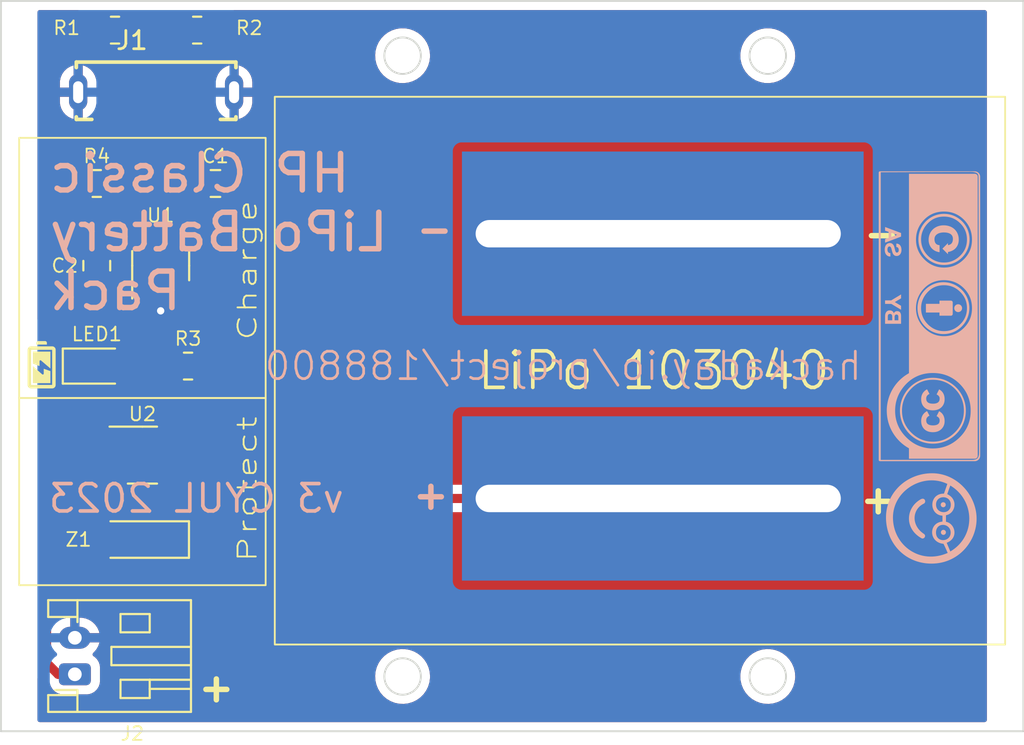
<source format=kicad_pcb>
(kicad_pcb (version 20211014) (generator pcbnew)
  (title_block (title "HP Classic LiPo Battery Pack") (date "2023-01-27") (rev "V3.1") (company "CYUL"))
  (layers (0 "F.Cu" signal) (31 "B.Cu" signal) (34 "B.Paste" user) (35 "F.Paste" user) (36 "B.SilkS" user "B.Silkscreen") (37 "F.SilkS" user "F.Silkscreen") (38 "B.Mask" user) (39 "F.Mask" user) (44 "Edge.Cuts" user))
  (net 0 "")
  (net 1 "VBUS")
  (net 2 "GND")
  (net 3 "+VDC")
  (net 4 "Net-(J1-PadA5)")
  (net 5 "Net-(R4-Pad1)")
  (net 7 "Net-(J1-PadB5)")
  (net 8 "Net-(POS1-Pad1)")
  (net 9 "Net-(LED1-Pad1)")
  (net 10 "Net-(LED1-Pad2)")
  (footprint "HP Classic V3:GCT_USB4130-GF-A_REVA" (layer "F.Cu") (at 8.75 -38.5)
    (fp_text reference "J1")
    (fp_text value "USB4130-GF-A_REVA" hide)
  )
  (footprint "Capacitor_SMD:C_0805_2012Metric_Pad1.18x1.45mm_HandSolder" (layer "F.Cu") (at 12 -33.5)
    (fp_text reference "C1")
    (fp_text value "4.7u" hide)
  )
  (footprint "Package_TO_SOT_SMD:SOT-23-5" (layer "F.Cu") (at 8 -18.623528)
    (fp_text reference "U2")
    (fp_text value "MAX40203AUK+T" hide)
  )
  (footprint "Diode_SMD:D_MiniMELF" (layer "F.Cu") (at 8 -14 180)
    (fp_text reference "Z1")
    (fp_text value "BZV55B5V1" hide)
  )
  (footprint "Resistor_SMD:R_0805_2012Metric_Pad1.20x1.40mm_HandSolder" (layer "F.Cu") (at 6.5 -41.9 180)
    (fp_text reference "R1")
    (fp_text value "5.1k 1%" hide)
  )
  (footprint "LED_SMD:LED_0805_2012Metric_Pad1.15x1.40mm_HandSolder" (layer "F.Cu") (at 5.5 -23.5)
    (fp_text reference "LED1")
    (fp_text value "LED" hide)
  )
  (footprint "Capacitor_SMD:C_0805_2012Metric_Pad1.18x1.45mm_HandSolder" (layer "F.Cu") (at 5.5 -29 90)
    (fp_text reference "C2")
    (fp_text value "4.7u" hide)
  )
  (footprint "Package_TO_SOT_SMD:SOT-23-5" (layer "F.Cu") (at 9 -29 90)
    (fp_text reference "U1")
    (fp_text value "MCP73831-2-OT" hide)
  )
  (footprint "Connector_JST:JST_PH_S2B-PH-K_1x02_P2.00mm_Horizontal" (layer "F.Cu") (at 4.3 -6.62 90)
    (fp_text reference "J2")
    (fp_text value "Conn_01x02" hide)
  )
  (footprint "Resistor_SMD:R_0805_2012Metric_Pad1.20x1.40mm_HandSolder" (layer "F.Cu") (at 5.5 -33.5 180)
    (fp_text reference "R4")
    (fp_text value "4.7k" hide)
  )
  (footprint "Resistor_SMD:R_0805_2012Metric_Pad1.20x1.40mm_HandSolder" (layer "F.Cu") (at 10.5 -23.5 180)
    (fp_text reference "R3")
    (fp_text value "470" hide)
  )
  (footprint "Resistor_SMD:R_0805_2012Metric_Pad1.20x1.40mm_HandSolder" (layer "F.Cu") (at 11 -41.9)
    (fp_text reference "R2")
    (fp_text value "5.1k 1%" hide)
  )
  (footprint "HP Classic V3:HP Classic PAD" (layer "B.Cu") (at 36.5 -30.75 180)
    (fp_text reference "NEG1" hide)
    (fp_text value "TestPoint" hide)
  )
  (footprint "HP Classic V3:HP Classic PAD" (layer "B.Cu") (at 36.5 -16.25 180)
    (fp_text reference "POS1" hide)
    (fp_text value "TestPoint" hide)
  )
  (gr_poly (pts (xy 51.997255 -15.913359) (xy 51.996754 -15.920129) (xy 51.995922 -15.926841) (xy 51.994765 -15.933484) (xy 51.993286 -15.940048) (xy 51.991492 -15.94652) (xy 51.989386 -15.952889) (xy 51.986973 -15.959145) (xy 51.984258 -15.965275) (xy 51.981245 -15.971269) (xy 51.977939 -15.977116) (xy 51.974346 -15.982803) (xy 51.970468 -15.988321) (xy 51.966312 -15.993656) (xy 51.961882 -15.998799) (xy 51.957182 -16.003738) (xy 51.952243 -16.008438) (xy 51.9471 -16.012868) (xy 51.941764 -16.017025) (xy 51.936247 -16.020902) (xy 51.930559 -16.024496) (xy 51.924713 -16.027801) (xy 51.918719 -16.030814) (xy 51.912588 -16.033529) (xy 51.906333 -16.035942) (xy 51.899963 -16.038048) (xy 51.893491 -16.039842) (xy 51.886928 -16.041321) (xy 51.880284 -16.042478) (xy 51.873572 -16.04331) (xy 51.866803 -16.043811) (xy 51.859987 -16.043978) (xy 51.853174 -16.043808) (xy 51.846407 -16.043303) (xy 51.839698 -16.042468) (xy 51.833058 -16.041307) (xy 51.826497 -16.039826) (xy 51.820028 -16.03803) (xy 51.813662 -16.035921) (xy 51.80741 -16.033507) (xy 51.801283 -16.03079) (xy 51.795292 -16.027776) (xy 51.789449 -16.024469) (xy 51.783765 -16.020875) (xy 51.778251 -16.016997) (xy 51.772918 -16.012841) (xy 51.767779 -16.00841) (xy 51.762843 -16.003711) (xy 51.758146 -15.998772) (xy 51.753718 -15.99363) (xy 51.749565 -15.988295) (xy 51.74569 -15.982779) (xy 51.742099 -15.977092) (xy 51.738796 -15.971247) (xy 51.735785 -15.965254) (xy 51.733072 -15.959124) (xy 51.730661 -15.952868) (xy 51.728556 -15.946499) (xy 51.726763 -15.940027) (xy 51.725286 -15.933463) (xy 51.72413 -15.926819) (xy 51.723298 -15.920105) (xy 51.722797 -15.913333) (xy 51.72263 -15.906515) (xy 51.722812 -15.899447) (xy 51.723345 -15.892472) (xy 51.724221 -15.885599) (xy 51.725432 -15.878836) (xy 51.726968 -15.872191) (xy 51.728821 -15.865674) (xy 51.730982 -15.859293) (xy 51.733443 -15.853057) (xy 51.736195 -15.846974) (xy 51.73923 -15.841052) (xy 51.742539 -15.835301) (xy 51.746112 -15.82973) (xy 51.749943 -15.824346) (xy 51.754021 -15.819158) (xy 51.758338 -15.814175) (xy 51.762887 -15.809406) (xy 51.767657 -15.80486) (xy 51.772641 -15.800544) (xy 51.777829 -15.796467) (xy 51.783214 -15.792639) (xy 51.788786 -15.789067) (xy 51.794537 -15.785761) (xy 51.800458 -15.782728) (xy 51.806541 -15.779978) (xy 51.812777 -15.77752) (xy 51.819157 -15.775361) (xy 51.825673 -15.773511) (xy 51.832316 -15.771978) (xy 51.839078 -15.77077) (xy 51.845949 -15.769897) (xy 51.852922 -15.769367) (xy 51.859987 -15.769188) (xy 51.8668 -15.769355) (xy 51.873567 -15.769856) (xy 51.880277 -15.770687) (xy 51.886918 -15.771844) (xy 51.893479 -15.773321) (xy 51.899949 -15.775114) (xy 51.906317 -15.777218) (xy 51.91257 -15.77963) (xy 51.918699 -15.782343) (xy 51.924692 -15.785354) (xy 51.930536 -15.788657) (xy 51.936223 -15.792248) (xy 51.941739 -15.796123) (xy 51.947074 -15.800276) (xy 51.952216 -15.804704) (xy 51.957154 -15.8094) (xy 51.961854 -15.814336) (xy 51.966284 -15.819476) (xy 51.970441 -15.824808) (xy 51.974319 -15.830322) (xy 51.977913 -15.836006) (xy 51.98122 -15.841849) (xy 51.984234 -15.84784) (xy 51.986951 -15.853967) (xy 51.989365 -15.86022) (xy 51.991474 -15.866586) (xy 51.99327 -15.873055) (xy 51.994751 -15.879615) (xy 51.995911 -15.886255) (xy 51.996746 -15.892965) (xy 51.997251 -15.899732) (xy 51.997421 -15.906544)) (layer "B.SilkS") (width 0) (fill solid))
  (gr_poly (pts (xy 53.288846 -26.746333) (xy 53.28336 -26.818483) (xy 53.274326 -26.889583) (xy 53.261834 -26.959546) (xy 53.245972 -27.028281) (xy 53.226829 -27.095699) (xy 53.204496 -27.16171) (xy 53.17906 -27.226227) (xy 53.150613 -27.289159) (xy 53.119242 -27.350417) (xy 53.085037 -27.409912) (xy 53.048087 -27.467554) (xy 53.008482 -27.523255) (xy 52.96631 -27.576925) (xy 52.921662 -27.628475) (xy 52.874626 -27.677815) (xy 52.825291 -27.724856) (xy 52.773747 -27.76951) (xy 52.720083 -27.811686) (xy 52.664389 -27.851296) (xy 52.606752 -27.888249) (xy 52.547264 -27.922458) (xy 52.486013 -27.953833) (xy 52.423088 -27.982283) (xy 52.358579 -28.007722) (xy 52.292574 -28.030057) (xy 52.225164 -28.049202) (xy 52.156437 -28.065066) (xy 52.086483 -28.07756) (xy 52.01539 -28.086594) (xy 51.943249 -28.092081) (xy 51.870147 -28.093929) (xy 51.797046 -28.092081) (xy 51.724905 -28.086594) (xy 51.653812 -28.07756) (xy 51.583858 -28.065066) (xy 51.515131 -28.049202) (xy 51.44772 -28.030057) (xy 51.381716 -28.007722) (xy 51.317207 -27.982283) (xy 51.254282 -27.953833) (xy 51.193031 -27.922458) (xy 51.133543 -27.888249) (xy 51.075907 -27.851296) (xy 51.020212 -27.811686) (xy 50.966548 -27.76951) (xy 50.915004 -27.724856) (xy 50.86567 -27.677815) (xy 50.818634 -27.628475) (xy 50.773985 -27.576925) (xy 50.731814 -27.523255) (xy 50.692209 -27.467554) (xy 50.655259 -27.409912) (xy 50.621054 -27.350417) (xy 50.589683 -27.289159) (xy 50.561235 -27.226227) (xy 50.5358 -27.16171) (xy 50.513467 -27.095699) (xy 50.494324 -27.028281) (xy 50.478462 -26.959546) (xy 50.46597 -26.889583) (xy 50.456936 -26.818483) (xy 50.45145 -26.746333) (xy 50.449602 -26.673224) (xy 50.45145 -26.600114) (xy 50.456936 -26.527965) (xy 50.46597 -26.456864) (xy 50.478462 -26.386902) (xy 50.494324 -26.318167) (xy 50.513467 -26.250749) (xy 50.5358 -26.184737) (xy 50.561235 -26.120221) (xy 50.589683 -26.057289) (xy 50.621054 -25.996031) (xy 50.655259 -25.936536) (xy 50.692209 -25.878894) (xy 50.731814 -25.823193) (xy 50.773985 -25.769523) (xy 50.818634 -25.717973) (xy 50.86567 -25.668633) (xy 50.915004 -25.621592) (xy 50.966548 -25.576938) (xy 51.020212 -25.534762) (xy 51.075907 -25.495153) (xy 51.133543 -25.458199) (xy 51.193031 -25.42399) (xy 51.254282 -25.392616) (xy 51.317207 -25.364165) (xy 51.381716 -25.338727) (xy 51.44772 -25.316391) (xy 51.515131 -25.297246) (xy 51.583858 -25.281382) (xy 51.653812 -25.268888) (xy 51.724905 -25.259854) (xy 51.797046 -25.254367) (xy 51.870147 -25.252519) (xy 51.901471 -25.253311) (xy 51.901471 -25.413965) (xy 51.83825 -25.41542) (xy 51.776108 -25.419782) (xy 51.715047 -25.427054) (xy 51.655066 -25.437235) (xy 51.596164 -25.450327) (xy 51.538342 -25.466328) (xy 51.481599 -25.485239) (xy 51.425936 -25.507062) (xy 51.371353 -25.531796) (xy 51.317849 -25.559442) (xy 51.265423 -25.589999) (xy 51.214078 -25.62347) (xy 51.163811 -25.659852) (xy 51.114623 -25.699149) (xy 51.066513 -25.741358) (xy 51.019483 -25.786482) (xy 50.974433 -25.833583) (xy 50.932292 -25.881795) (xy 50.893058 -25.931119) (xy 50.856731 -25.981555) (xy 50.823312 -26.033102) (xy 50.7928 -26.08576) (xy 50.765194 -26.13953) (xy 50.740496 -26.194411) (xy 50.718703 -26.250403) (xy 50.699817 -26.307506) (xy 50.683837 -26.365719) (xy 50.670763 -26.425044) (xy 50.660594 -26.485479) (xy 50.653332 -26.547024) (xy 50.648974 -26.60968) (xy 50.647521 -26.673447) (xy 50.648989 -26.737244) (xy 50.653392 -26.799991) (xy 50.66073 -26.861688) (xy 50.671003 -26.922335) (xy 50.684211 -26.981931) (xy 50.700356 -27.040477) (xy 50.719435 -27.097974) (xy 50.741451 -27.154419) (xy 50.766402 -27.209815) (xy 50.794289 -27.264161) (xy 50.825112 -27.317456) (xy 50.858871 -27.369701) (xy 50.895566 -27.420896) (xy 50.935198 -27.471041) (xy 50.977765 -27.520136) (xy 51.02327 -27.56818) (xy 51.06759 -27.611905) (xy 51.113321 -27.652808) (xy 51.160462 -27.690889) (xy 51.209014 -27.726148) (xy 51.258975 -27.758584) (xy 51.310345 -27.7882) (xy 51.363124 -27.814994) (xy 51.417311 -27.838966) (xy 51.472907 -27.860118) (xy 51.52991 -27.878449) (xy 51.588321 -27.893959) (xy 51.648138 -27.906649) (xy 51.709363 -27.916518) (xy 51.771993 -27.923568) (xy 51.836029 -27.927797) (xy 51.901471 -27.929207) (xy 51.966506 -27.927767) (xy 52.030284 -27.923447) (xy 52.092805 -27.916248) (xy 52.15407 -27.906167) (xy 52.214077 -27.893207) (xy 52.272827 -27.877366) (xy 52.330319 -27.858644) (xy 52.386553 -27.837041) (xy 52.441528 -27.812557) (xy 52.495245 -27.785191) (xy 52.547703 -27.754944) (xy 52.598901 -27.721815) (xy 52.64884 -27.685804) (xy 52.697519 -27.646911) (xy 52.744938 -27.605135) (xy 52.791097 -27.560477) (xy 52.835681 -27.514268) (xy 52.877388 -27.466829) (xy 52.916219 -27.418158) (xy 52.952174 -27.368257) (xy 52.985252 -27.317125) (xy 53.015453 -27.264763) (xy 53.042779 -27.21117) (xy 53.067228 -27.156345) (xy 53.088801 -27.100291) (xy 53.107497 -27.043005) (xy 53.123317 -26.984489) (xy 53.136261 -26.924742) (xy 53.146328 -26.863764) (xy 53.153519 -26.801556) (xy 53.157833 -26.738117) (xy 53.159271 -26.673447) (xy 53.157833 -26.608814) (xy 53.153519 -26.545438) (xy 53.146328 -26.483318) (xy 53.136261 -26.422456) (xy 53.123317 -26.362851) (xy 53.107497 -26.304504) (xy 53.088801 -26.247415) (xy 53.067228 -26.191584) (xy 53.042779 -26.137012) (xy 53.015453 -26.083698) (xy 52.985252 -26.031644) (xy 52.952174 -25.980849) (xy 52.916219 -25.931314) (xy 52.877388 -25.883038) (xy 52.835681 -25.836023) (xy 52.791097 -25.790269) (xy 52.743134 -25.744701) (xy 52.694152 -25.702072) (xy 52.644152 -25.662384) (xy 52.593134 -25.625636) (xy 52.541097 -25.591827) (xy 52.488041 -25.560959) (xy 52.433967 -25.53303) (xy 52.378875 -25.508041) (xy 52.322764 -25.485992) (xy 52.265634 -25.466883) (xy 52.207487 -25.450714) (xy 52.14832 -25.437484) (xy 52.088136 -25.427195) (xy 52.026933 -25.419845) (xy 51.964711 -25.415435) (xy 51.901471 -25.413965) (xy 51.901471 -25.253311) (xy 51.943249 -25.254367) (xy 52.01539 -25.259854) (xy 52.086483 -25.268888) (xy 52.156437 -25.281382) (xy 52.225164 -25.297246) (xy 52.292574 -25.316391) (xy 52.358579 -25.338727) (xy 52.423088 -25.364165) (xy 52.486013 -25.392616) (xy 52.547264 -25.42399) (xy 52.606752 -25.458199) (xy 52.664389 -25.495153) (xy 52.720083 -25.534762) (xy 52.773747 -25.576938) (xy 52.825291 -25.621592) (xy 52.874626 -25.668633) (xy 52.921662 -25.717973) (xy 52.96631 -25.769523) (xy 53.008482 -25.823193) (xy 53.048087 -25.878894) (xy 53.085037 -25.936536) (xy 53.119242 -25.996031) (xy 53.150613 -26.057289) (xy 53.17906 -26.120221) (xy 53.204496 -26.184737) (xy 53.226829 -26.250749) (xy 53.245972 -26.318167) (xy 53.261834 -26.386902) (xy 53.274326 -26.456864) (xy 53.28336 -26.527965) (xy 53.288846 -26.600114) (xy 53.290694 -26.673224)) (layer "B.SilkS") (width 0) (fill solid))
  (gr_poly (pts (xy 53.683131 -15.280655) (xy 53.673009 -15.397418) (xy 53.657081 -15.513561) (xy 53.635472 -15.628864) (xy 53.608312 -15.743111) (xy 53.575728 -15.856082) (xy 53.537848 -15.96756) (xy 53.494799 -16.077325) (xy 53.44671 -16.185161) (xy 53.393707 -16.290849) (xy 53.335919 -16.39417) (xy 53.273473 -16.494906) (xy 53.206497 -16.592839) (xy 53.135119 -16.687752) (xy 53.059466 -16.779424) (xy 52.979667 -16.86764) (xy 52.895848 -16.952179) (xy 52.808138 -17.032825) (xy 52.716664 -17.109358) (xy 52.621555 -17.18156) (xy 52.522937 -17.249214) (xy 52.420939 -17.312101) (xy 52.315688 -17.370003) (xy 52.207311 -17.422702) (xy 52.095938 -17.469979) (xy 51.981695 -17.511616) (xy 51.864709 -17.547395) (xy 51.74511 -17.577097) (xy 51.623024 -17.600506) (xy 51.49858 -17.617401) (xy 51.371904 -17.627566) (xy 51.243125 -17.630781) (xy 51.114843 -17.627418) (xy 50.988076 -17.618077) (xy 50.862991 -17.602888) (xy 50.739758 -17.581982) (xy 50.618543 -17.55549) (xy 50.499517 -17.523542) (xy 50.382846 -17.486269) (xy 50.2687 -17.443803) (xy 50.157246 -17.396273) (xy 50.048654 -17.343811) (xy 49.943091 -17.286546) (xy 49.840725 -17.224611) (xy 49.741725 -17.158135) (xy 49.64626 -17.087249) (xy 49.554497 -17.012085) (xy 49.466605 -16.932772) (xy 49.382752 -16.849442) (xy 49.303107 -16.762224) (xy 49.227838 -16.671251) (xy 49.157113 -16.576653) (xy 49.091101 -16.47856) (xy 49.029969 -16.377102) (xy 48.973887 -16.272412) (xy 48.923022 -16.16462) (xy 48.877543 -16.053855) (xy 48.837618 -15.94025) (xy 48.803416 -15.823934) (xy 48.775104 -15.705039) (xy 48.752851 -15.583695) (xy 48.736826 -15.460033) (xy 48.727197 -15.334183) (xy 48.724132 -15.206277) (xy 48.727344 -15.078072) (xy 48.73637 -14.95135) (xy 48.751112 -14.826281) (xy 48.77147 -14.703036) (xy 48.797346 -14.581783) (xy 48.828642 -14.462694) (xy 48.865259 -14.345937) (xy 48.907099 -14.231682) (xy 48.954062 -14.120099) (xy 49.006051 -14.011358) (xy 49.062967 -13.905628) (xy 49.12471 -13.80308) (xy 49.191184 -13.703883) (xy 49.262289 -13.608206) (xy 49.337926 -13.516221) (xy 49.417997 -13.428095) (xy 49.502403 -13.344) (xy 49.591047 -13.264105) (xy 49.683829 -13.188579) (xy 49.78065 -13.117593) (xy 49.881413 -13.051315) (xy 49.986018 -12.989917) (xy 50.094368 -12.933568) (xy 50.206362 -12.882437) (xy 50.321904 -12.836694) (xy 50.440894 -12.796509) (xy 50.563234 -12.762052) (xy 50.688826 -12.733492) (xy 50.817569 -12.711) (xy 50.949367 -12.694745) (xy 51.084121 -12.684897) (xy 51.125582 -12.683911) (xy 51.125582 -13.066823) (xy 50.992374 -13.074659) (xy 50.861577 -13.090821) (xy 50.733446 -13.115064) (xy 50.608236 -13.147143) (xy 50.486202 -13.186812) (xy 50.367601 -13.233827) (xy 50.252687 -13.287942) (xy 50.141716 -13.348912) (xy 50.034943 -13.416492) (xy 49.932623 -13.490437) (xy 49.835012 -13.570501) (xy 49.742365 -13.65644) (xy 49.654938 -13.748008) (xy 49.572986 -13.84496) (xy 49.496764 -13.947051) (xy 49.426528 -14.054036) (xy 49.362533 -14.165669) (xy 49.305034 -14.281706) (xy 49.254287 -14.401901) (xy 49.210547 -14.526009) (xy 49.174069 -14.653785) (xy 49.145109 -14.784984) (xy 49.123923 -14.919361) (xy 49.110765 -15.056669) (xy 49.105891 -15.196665) (xy 49.110138 -15.336335) (xy 49.123922 -15.472697) (xy 49.146861 -15.605552) (xy 49.178575 -15.734705) (xy 49.218684 -15.859957) (xy 49.266807 -15.981112) (xy 49.322565 -16.097971) (xy 49.385577 -16.210338) (xy 49.455463 -16.318016) (xy 49.531842 -16.420805) (xy 49.614334 -16.518511) (xy 49.702559 -16.610934) (xy 49.796137 -16.697878) (xy 49.894687 -16.779145) (xy 49.997829 -16.854538) (xy 50.105182 -16.92386) (xy 50.216367 -16.986913) (xy 50.331004 -17.0435) (xy 50.448711 -17.093423) (xy 50.569109 -17.136486) (xy 50.691817 -17.17249) (xy 50.816455 -17.201238) (xy 50.942642 -17.222534) (xy 51.069999 -17.236179) (xy 51.198146 -17.241977) (xy 51.326701 -17.239729) (xy 51.455284 -17.229239) (xy 51.583516 -17.210309) (xy 51.711016 -17.182742) (xy 51.837404 -17.14634) (xy 51.962299 -17.100906) (xy 52.085321 -17.046243) (xy 51.898435 -16.514337) (xy 51.822895 -16.512432) (xy 51.752179 -16.503972) (xy 51.686274 -16.489381) (xy 51.625171 -16.469083) (xy 51.568858 -16.443503) (xy 51.517324 -16.413063) (xy 51.470558 -16.378188) (xy 51.428549 -16.339302) (xy 51.391285 -16.296828) (xy 51.358757 -16.251191) (xy 51.330952 -16.202814) (xy 51.30786 -16.152122) (xy 51.28947 -16.099537) (xy 51.27577 -16.045484) (xy 51.26675 -15.990387) (xy 51.262398 -15.93467) (xy 51.262704 -15.878757) (xy 51.267656 -15.823071) (xy 51.277243 -15.768036) (xy 51.291455 -15.714076) (xy 51.31028 -15.661616) (xy 51.333708 -15.611078) (xy 51.361726 -15.562888) (xy 51.394325 -15.517468) (xy 51.431492 -15.475242) (xy 51.473218 -15.436636) (xy 51.519491 -15.402071) (xy 51.570299 -15.371973) (xy 51.625633 -15.346765) (xy 51.68548 -15.326871) (xy 51.74983 -15.312715) (xy 51.818672 -15.30472) (xy 51.816037 -14.983423) (xy 51.746548 -14.975036) (xy 51.68156 -14.961002) (xy 51.621083 -14.941695) (xy 51.565126 -14.917487) (xy 51.513702 -14.888753) (xy 51.466819 -14.855865) (xy 51.424489 -14.819197) (xy 51.386721 -14.779121) (xy 51.353527 -14.736012) (xy 51.324916 -14.690241) (xy 51.300899 -14.642184) (xy 51.281486 -14.592212) (xy 51.266688 -14.540699) (xy 51.256515 -14.488018) (xy 51.250977 -14.434543) (xy 51.250086 -14.380647) (xy 51.25385 -14.326703) (xy 51.262281 -14.273084) (xy 51.275388 -14.220164) (xy 51.293183 -14.168315) (xy 51.315676 -14.117911) (xy 51.342877 -14.069326) (xy 51.374796 -14.022932) (xy 51.411444 -13.979103) (xy 51.452831 -13.938212) (xy 51.498967 -13.900632) (xy 51.549864 -13.866736) (xy 51.605531 -13.836898) (xy 51.665979 -13.811492) (xy 51.731217 -13.790889) (xy 51.801257 -13.775464) (xy 51.850737 -13.768937) (xy 51.850737 -13.967727) (xy 51.813192 -13.969467) (xy 51.776049 -13.974491) (xy 51.739602 -13.982821) (xy 51.704147 -13.994482) (xy 51.669976 -14.009497) (xy 51.637384 -14.02789) (xy 51.606666 -14.049685) (xy 51.578115 -14.074906) (xy 51.552025 -14.103576) (xy 51.528692 -14.135718) (xy 51.508408 -14.171358) (xy 51.491468 -14.210518) (xy 51.478167 -14.253222) (xy 51.468797 -14.299495) (xy 51.463655 -14.349359) (xy 51.463033 -14.402838) (xy 51.466923 -14.45531) (xy 51.474987 -14.503897) (xy 51.486944 -14.548647) (xy 51.502515 -14.589606) (xy 51.521418 -14.626823) (xy 51.543373 -14.660345) (xy 51.568099 -14.690221) (xy 51.595316 -14.716496) (xy 51.624744 -14.73922) (xy 51.656102 -14.75844) (xy 51.689109 -14.774204) (xy 51.723485 -14.786558) (xy 51.758949 -14.795552) (xy 51.795221 -14.801232) (xy 51.83202 -14.803647) (xy 51.864598 -14.80294) (xy 51.864598 -15.49923) (xy 51.826903 -15.502354) (xy 51.789544 -15.508659) (xy 51.752812 -15.518127) (xy 51.716999 -15.530742) (xy 51.682397 -15.546487) (xy 51.6493 -15.565344) (xy 51.617999 -15.587297) (xy 51.588787 -15.612328) (xy 51.561956 -15.64042) (xy 51.537798 -15.671557) (xy 51.516606 -15.705721) (xy 51.498671 -15.742895) (xy 51.484287 -15.783062) (xy 51.473746 -15.826205) (xy 51.467339 -15.872306) (xy 51.46536 -15.92135) (xy 51.468024 -15.970247) (xy 51.475153 -16.015921) (xy 51.486445 -16.058373) (xy 51.501601 -16.097607) (xy 51.520319 -16.133622) (xy 51.5423 -16.166422) (xy 51.567244 -16.196006) (xy 51.594849 -16.222378) (xy 51.624815 -16.245539) (xy 51.656841 -16.26549) (xy 51.690629 -16.282233) (xy 51.725875 -16.29577) (xy 51.762282 -16.306103) (xy 51.799547 -16.313233) (xy 51.837371 -16.317161) (xy 51.875453 -16.31789) (xy 51.913492 -16.315421) (xy 51.951188 -16.309756) (xy 51.988242 -16.300896) (xy 52.024351 -16.288843) (xy 52.059216 -16.273599) (xy 52.092537 -16.255166) (xy 52.124012 -16.233544) (xy 52.153342 -16.208737) (xy 52.180226 -16.180745) (xy 52.204364 -16.149569) (xy 52.225455 -16.115213) (xy 52.243198 -16.077677) (xy 52.257293 -16.036963) (xy 52.267441 -15.993073) (xy 52.273339 -15.946008) (xy 52.274689 -15.89577) (xy 52.271395 -15.845679) (xy 52.263759 -15.799042) (xy 52.252073 -15.755842) (xy 52.236629 -15.716061) (xy 52.21772 -15.679684) (xy 52.195637 -15.646692) (xy 52.170674 -15.617069) (xy 52.143122 -15.590797) (xy 52.113273 -15.56786) (xy 52.081421 -15.54824) (xy 52.047858 -15.53192) (xy 52.012875 -15.518884) (xy 51.976765 -15.509114) (xy 51.939821 -15.502593) (xy 51.902334 -15.499304) (xy 51.864598 -15.49923) (xy 51.864598 -14.80294) (xy 51.869066 -14.802843) (xy 51.906079 -14.798869) (xy 51.942777 -14.791772) (xy 51.978881 -14.7816) (xy 52.014109 -14.7684) (xy 52.048182 -14.752221) (xy 52.080818 -14.733109) (xy 52.111738 -14.711113) (xy 52.14066 -14.68628) (xy 52.167304 -14.658658) (xy 52.191391 -14.628295) (xy 52.212638 -14.595237) (xy 52.230766 -14.559534) (xy 52.245494 -14.521232) (xy 52.256542 -14.480379) (xy 52.263629 -14.437022) (xy 52.266474 -14.391211) (xy 52.266511 -14.385222) (xy 52.266466 -14.379196) (xy 52.266348 -14.373131) (xy 52.266163 -14.367026) (xy 52.262184 -14.319463) (xy 52.253901 -14.274804) (xy 52.241608 -14.233072) (xy 52.225599 -14.194291) (xy 52.206169 -14.158485) (xy 52.183611 -14.125677) (xy 52.15822 -14.095891) (xy 52.13029 -14.069151) (xy 52.100114 -14.04548) (xy 52.067988 -14.024903) (xy 52.034205 -14.007443) (xy 51.99906 -13.993123) (xy 51.962846 -13.981968) (xy 51.925859 -13.974001) (xy 51.888391 -13.969246) (xy 51.850737 -13.967727) (xy 51.850737 -13.768937) (xy 51.876109 -13.76559) (xy 51.936307 -13.638995) (xy 51.984867 -13.533908) (xy 52.036041 -13.419689) (xy 52.10408 -13.265698) (xy 51.961149 -13.208386) (xy 51.818841 -13.161117) (xy 51.677411 -13.123645) (xy 51.537115 -13.095724) (xy 51.398207 -13.077111) (xy 51.260945 -13.067559) (xy 51.125582 -13.066823) (xy 51.125582 -12.683911) (xy 51.221732 -12.681625) (xy 51.359294 -12.685262) (xy 51.493906 -12.695881) (xy 51.625471 -12.713259) (xy 51.753896 -12.737176) (xy 51.879083 -12.76741) (xy 52.000939 -12.803741) (xy 52.119367 -12.845946) (xy 52.234272 -12.893806) (xy 52.247326 -12.900057) (xy 52.247326 -13.3467) (xy 52.04889 -13.822951) (xy 52.108968 -13.847842) (xy 52.164076 -13.8758) (xy 52.214315 -13.90659) (xy 52.259786 -13.939976) (xy 52.300591 -13.975723) (xy 52.336832 -14.013596) (xy 52.36861 -14.053359) (xy 52.396025 -14.094778) (xy 52.41918 -14.137617) (xy 52.438177 -14.181641) (xy 52.453116 -14.226615) (xy 52.464099 -14.272303) (xy 52.471227 -14.318471) (xy 52.474602 -14.364883) (xy 52.474326 -14.411303) (xy 52.470499 -14.457497) (xy 52.463223 -14.50323) (xy 52.4526 -14.548266) (xy 52.438731 -14.59237) (xy 52.421717 -14.635307) (xy 52.401661 -14.676841) (xy 52.378662 -14.716738) (xy 52.352824 -14.754762) (xy 52.324246 -14.790678) (xy 52.293031 -14.82425) (xy 52.259281 -14.855244) (xy 52.223095 -14.883425) (xy 52.184577 -14.908556) (xy 52.143827 -14.930403) (xy 52.100947 -14.948731) (xy 52.056038 -14.963304) (xy 52.009202 -14.973888) (xy 52.009202 -15.331076) (xy 52.056438 -15.341404) (xy 52.101642 -15.355542) (xy 52.144726 -15.373275) (xy 52.185602 -15.394387) (xy 52.224184 -15.418666) (xy 52.260382 -15.445895) (xy 52.294111 -15.475861) (xy 52.32528 -15.508348) (xy 52.353804 -15.543143) (xy 52.379595 -15.580031) (xy 52.402564 -15.618797) (xy 52.422625 -15.659226) (xy 52.439689 -15.701104) (xy 52.453668 -15.744216) (xy 52.464476 -15.788348) (xy 52.472024 -15.833285) (xy 52.476225 -15.878813) (xy 52.476992 -15.924717) (xy 52.474235 -15.970782) (xy 52.467869 -16.016793) (xy 52.457804 -16.062537) (xy 52.443954 -16.107798) (xy 52.426231 -16.152362) (xy 52.404546 -16.196015) (xy 52.378813 -16.238541) (xy 52.348944 -16.279726) (xy 52.314851 -16.319356) (xy 52.276446 -16.357216) (xy 52.233642 -16.393092) (xy 52.186351 -16.426768) (xy 52.134486 -16.45803) (xy 52.077958 -16.486664) (xy 52.247326 -16.958264) (xy 52.370588 -16.879255) (xy 52.48623 -16.793839) (xy 52.594219 -16.702437) (xy 52.694521 -16.605472) (xy 52.787103 -16.503366) (xy 52.871932 -16.396541) (xy 52.948974 -16.285421) (xy 53.018197 -16.170427) (xy 53.079567 -16.051981) (xy 53.133051 -15.930506) (xy 53.178616 -15.806425) (xy 53.216229 -15.68016) (xy 53.245855 -15.552133) (xy 53.267463 -15.422767) (xy 53.281018 -15.292484) (xy 53.286488 -15.161706) (xy 53.28384 -15.030856) (xy 53.27304 -14.900356) (xy 53.254055 -14.770629) (xy 53.226852 -14.642097) (xy 53.191397 -14.515182) (xy 53.147658 -14.390308) (xy 53.095602 -14.267896) (xy 53.035194 -14.148368) (xy 53.001849 -14.089819) (xy 52.966403 -14.032148) (xy 52.928853 -13.975411) (xy 52.889194 -13.919658) (xy 52.847423 -13.864944) (xy 52.803535 -13.811321) (xy 52.757527 -13.758841) (xy 52.709393 -13.707557) (xy 52.65913 -13.657523) (xy 52.606734 -13.608791) (xy 52.552201 -13.561414) (xy 52.495525 -13.515445) (xy 52.436705 -13.470936) (xy 52.375734 -13.42794) (xy 52.312609 -13.386511) (xy 52.247326 -13.3467) (xy 52.247326 -12.900057) (xy 52.345559 -12.947097) (xy 52.453133 -13.005601) (xy 52.556898 -13.069094) (xy 52.656759 -13.137357) (xy 52.752621 -13.210167) (xy 52.844388 -13.287304) (xy 52.931965 -13.368547) (xy 53.015257 -13.453674) (xy 53.094167 -13.542464) (xy 53.168602 -13.634696) (xy 53.238466 -13.730149) (xy 53.303662 -13.828602) (xy 53.364097 -13.929833) (xy 53.419674 -14.033621) (xy 53.470299 -14.139745) (xy 53.515875 -14.247984) (xy 53.556308 -14.358117) (xy 53.591503 -14.469922) (xy 53.621363 -14.583178) (xy 53.645794 -14.697665) (xy 53.6647 -14.813161) (xy 53.677987 -14.929444) (xy 53.685558 -15.046294) (xy 53.687318 -15.163489)) (layer "B.SilkS") (width 0) (fill solid))
  (gr_poly (pts (xy 53.748742 -33.877435) (xy 53.748111 -33.8857) (xy 53.747073 -33.893846) (xy 53.745637 -33.901863) (xy 53.743814 -33.90974) (xy 53.741615 -33.917468) (xy 53.739049 -33.925034) (xy 53.736127 -33.932431) (xy 53.732859 -33.939646) (xy 53.729255 -33.94667) (xy 53.725327 -33.953493) (xy 53.721083 -33.960103) (xy 53.716535 -33.966492) (xy 53.711693 -33.972648) (xy 53.706567 -33.978562) (xy 53.701167 -33.984223) (xy 53.695504 -33.98962) (xy 53.689588 -33.994744) (xy 53.683429 -33.999584) (xy 53.677038 -34.004129) (xy 53.670425 -34.008371) (xy 53.663601 -34.012297) (xy 53.656575 -34.015899) (xy 53.649358 -34.019165) (xy 53.64196 -34.022085) (xy 53.634392 -34.024649) (xy 53.626664 -34.026847) (xy 53.618786 -34.028669) (xy 53.610769 -34.030104) (xy 53.602622 -34.031141) (xy 53.594357 -34.031771) (xy 53.585984 -34.031983) (xy 49.981712 -34.031983) (xy 49.981712 -23.110369) (xy 49.914553 -23.071761) (xy 49.848803 -23.031027) (xy 49.784509 -22.988213) (xy 49.721718 -22.943368) (xy 49.660478 -22.896537) (xy 49.600836 -22.847768) (xy 49.542841 -22.797109) (xy 49.486538 -22.744605) (xy 49.431976 -22.690305) (xy 49.379202 -22.634255) (xy 49.328264 -22.576502) (xy 49.279208 -22.517094) (xy 49.232083 -22.456077) (xy 49.186936 -22.393499) (xy 49.143814 -22.329406) (xy 49.102765 -22.263846) (xy 49.063837 -22.196865) (xy 49.027076 -22.128512) (xy 48.99253 -22.058832) (xy 48.960246 -21.987873) (xy 48.930273 -21.915682) (xy 48.902657 -21.842306) (xy 48.877446 -21.767793) (xy 48.854687 -21.692188) (xy 48.834428 -21.61554) (xy 48.816717 -21.537894) (xy 48.8016 -21.4593) (xy 48.789125 -21.379802) (xy 48.77934 -21.29945) (xy 48.772292 -21.218288) (xy 48.768028 -21.136365) (xy 48.766596 -21.053728) (xy 48.772287 -20.889103) (xy 48.789107 -20.727536) (xy 48.816678 -20.569403) (xy 48.854624 -20.415079) (xy 48.902566 -20.264941) (xy 48.960128 -20.119364) (xy 49.02693 -19.978723) (xy 49.102597 -19.843395) (xy 49.186749 -19.713754) (xy 49.27901 -19.590177) (xy 49.379003 -19.47304) (xy 49.486348 -19.362717) (xy 49.600669 -19.259585) (xy 49.721589 -19.164019) (xy 49.848729 -19.076396) (xy 49.981712 -18.997089) (xy 49.981712 -18.425443) (xy 51.293558 -18.425443) (xy 51.293558 -18.988098) (xy 51.188435 -18.990482) (xy 51.085174 -18.997634) (xy 50.983773 -19.009554) (xy 50.884233 -19.026242) (xy 50.786554 -19.047699) (xy 50.690735 -19.073923) (xy 50.596777 -19.104917) (xy 50.504679 -19.140679) (xy 50.414441 -19.181209) (xy 50.326063 -19.226509) (xy 50.239545 -19.276577) (xy 50.154887 -19.331415) (xy 50.072089 -19.391021) (xy 49.99115 -19.455397) (xy 49.912071 -19.524543) (xy 49.834852 -19.598457) (xy 49.760924 -19.675653) (xy 49.691767 -19.754669) (xy 49.627382 -19.835505) (xy 49.567768 -19.918162) (xy 49.512925 -20.002638) (xy 49.462852 -20.088933) (xy 49.41755 -20.177049) (xy 49.377017 -20.266983) (xy 49.341254 -20.358736) (xy 49.31026 -20.452309) (xy 49.284036 -20.547699) (xy 49.26258 -20.644909) (xy 49.245892 -20.743936) (xy 49.233973 -20.844782) (xy 49.226822 -20.947445) (xy 49.224438 -21.051926) (xy 49.226842 -21.157715) (xy 49.234054 -21.261726) (xy 49.246075 -21.363959) (xy 49.262904 -21.464413) (xy 49.284542 -21.563089) (xy 49.310988 -21.659987) (xy 49.342244 -21.755106) (xy 49.378309 -21.848446) (xy 49.419184 -21.940008) (xy 49.464868 -22.029792) (xy 49.515363 -22.117797) (xy 49.570667 -22.204024) (xy 49.630782 -22.288473) (xy 49.695707 -22.371143) (xy 49.765443 -22.452034) (xy 49.83999 -22.531148) (xy 49.914164 -22.602554) (xy 49.990562 -22.669354) (xy 50.069181 -22.731547) (xy 50.150023 -22.789133) (xy 50.233088 -22.842113) (xy 50.318376 -22.890485) (xy 50.405887 -22.934251) (xy 50.495622 -22.97341) (xy 50.58758 -23.007962) (xy 50.681761 -23.037907) (xy 50.778167 -23.063245) (xy 50.876796 -23.083976) (xy 50.97765 -23.100101) (xy 51.080728 -23.111618) (xy 51.18603 -23.118529) (xy 51.293558 -23.120832) (xy 51.401135 -23.118488) (xy 51.506612 -23.111456) (xy 51.609989 -23.099736) (xy 51.711265 -23.083328) (xy 51.810441 -23.062232) (xy 51.901471 -23.038054) (xy 51.901471 -25.137482) (xy 51.823557 -25.139252) (xy 51.747017 -25.14456) (xy 51.671852 -25.153407) (xy 51.598062 -25.165794) (xy 51.525646 -25.18172) (xy 51.454607 -25.201186) (xy 51.384944 -25.224191) (xy 51.316658 -25.250737) (xy 51.24975 -25.280822) (xy 51.184219 -25.314448) (xy 51.120066 -25.351615) (xy 51.057291 -25.392322) (xy 50.995896 -25.436571) (xy 50.935881 -25.48436) (xy 50.877245 -25.535691) (xy 50.819991 -25.590563) (xy 50.765205 -25.647882) (xy 50.713953 -25.706551) (xy 50.666236 -25.766571) (xy 50.622052 -25.827941) (xy 50.581403 -25.890661) (xy 50.544287 -25.95473) (xy 50.510706 -26.020149) (xy 50.48066 -26.086918) (xy 50.454148 -26.155034) (xy 50.431171 -26.2245) (xy 50.411728 -26.295314) (xy 50.39582 -26.367475) (xy 50.383447 -26.440985) (xy 50.37461 -26.515841) (xy 50.369307 -26.592045) (xy 50.367539 -26.669596) (xy 50.369321 -26.748136) (xy 50.374667 -26.825358) (xy 50.383578 -26.901261) (xy 50.396053 -26.975845) (xy 50.412093 -27.049109) (xy 50.431699 -27.121054) (xy 50.45487 -27.191678) (xy 50.481607 -27.260982) (xy 50.51191 -27.328965) (xy 50.545779 -27.395626) (xy 50.583216 -27.460966) (xy 50.624219 -27.524984) (xy 50.668789 -27.587679) (xy 50.716927 -27.649051) (xy 50.768632 -27.7091) (xy 50.823906 -27.767825) (xy 50.878877 -27.820854) (xy 50.9355 -27.870459) (xy 50.993775 -27.91664) (xy 51.0537 -27.959399) (xy 51.115276 -27.998734) (xy 51.178502 -28.034647) (xy 51.243378 -28.067139) (xy 51.309904 -28.096208) (xy 51.37808 -28.121856) (xy 51.447905 -28.144083) (xy 51.519378 -28.16289) (xy 51.592501 -28.178277) (xy 51.667272 -28.190243) (xy 51.743691 -28.19879) (xy 51.821758 -28.203918) (xy 51.901406 -28.205626) (xy 51.901406 -28.895961) (xy 51.823482 -28.89773) (xy 51.746934 -28.903039) (xy 51.671764 -28.911886) (xy 51.597971 -28.924272) (xy 51.525555 -28.940198) (xy 51.454517 -28.959664) (xy 51.384858 -28.98267) (xy 51.316577 -29.009215) (xy 51.249675 -29.039301) (xy 51.184151 -29.072927) (xy 51.120008 -29.110094) (xy 51.057243 -29.150801) (xy 50.995859 -29.19505) (xy 50.935856 -29.242839) (xy 50.877232 -29.29417) (xy 50.81999 -29.349043) (xy 50.765193 -29.406339) (xy 50.713931 -29.464988) (xy 50.666204 -29.524991) (xy 50.622013 -29.586347) (xy 50.581357 -29.649055) (xy 50.544237 -29.713115) (xy 50.510652 -29.778528) (xy 50.480602 -29.845292) (xy 50.454087 -29.913407) (xy 50.431108 -29.982872) (xy 50.411664 -30.053688) (xy 50.395756 -30.125854) (xy 50.383382 -30.19937) (xy 50.374544 -30.274235) (xy 50.369241 -30.350449) (xy 50.367474 -30.428011) (xy 50.369256 -30.50655) (xy 50.374604 -30.583768) (xy 50.383518 -30.659665) (xy 50.395996 -30.734243) (xy 50.41204 -30.807502) (xy 50.43165 -30.879441) (xy 50.454825 -30.950061) (xy 50.481565 -31.019364) (xy 50.51187 -31.087348) (xy 50.545741 -31.154014) (xy 50.583178 -31.219364) (xy 50.62418 -31.283396) (xy 50.668747 -31.346112) (xy 50.71688 -31.407512) (xy 50.768578 -31.467597) (xy 50.823841 -31.526365) (xy 50.878824 -31.579351) (xy 50.935456 -31.628921) (xy 50.993738 -31.675075) (xy 51.053669 -31.717812) (xy 51.11525 -31.757133) (xy 51.17848 -31.793036) (xy 51.243358 -31.825521) (xy 51.309885 -31.854589) (xy 51.378059 -31.880238) (xy 51.447882 -31.902469) (xy 51.519352 -31.92128) (xy 51.592469 -31.936673) (xy 51.667234 -31.948645) (xy 51.743645 -31.957197) (xy 51.821702 -31.962328) (xy 51.901406 -31.964039) (xy 51.981144 -31.962298) (xy 52.059328 -31.957076) (xy 52.13596 -31.948373) (xy 52.211037 -31.936189) (xy 52.284559 -31.920524) (xy 52.356525 -31.901379) (xy 52.426936 -31.878753) (xy 52.495791 -31.852648) (xy 52.563088 -31.823062) (xy 52.628827 -31.789996) (xy 52.693009 -31.75345) (xy 52.755632 -31.713426) (xy 52.816695 -31.669921) (xy 52.876198 -31.622938) (xy 52.934141 -31.572476) (xy 52.990523 -31.518535) (xy 53.044376 -31.462076) (xy 53.094756 -31.404057) (xy 53.141661 -31.34448) (xy 53.185093 -31.283343) (xy 53.22505 -31.220647) (xy 53.261534 -31.156391) (xy 53.294543 -31.090576) (xy 53.324078 -31.0232) (xy 53.350138 -30.954264) (xy 53.372724 -30.883768) (xy 53.391836 -30.811711) (xy 53.407473 -30.738093) (xy 53.419635 -30.662914) (xy 53.428323 -30.586175) (xy 53.433535 -30.507874) (xy 53.435273 -30.428011) (xy 53.433535 -30.349096) (xy 53.428323 -30.271712) (xy 53.419635 -30.19586) (xy 53.407473 -30.121539) (xy 53.391836 -30.048749) (xy 53.372724 -29.977489) (xy 53.350138 -29.90776) (xy 53.324078 -29.839562) (xy 53.294543 -29.772893) (xy 53.261534 -29.707755) (xy 53.22505 -29.644146) (xy 53.185093 -29.582067) (xy 53.141661 -29.521517) (xy 53.094756 -29.462497) (xy 53.044376 -29.405006) (xy 52.990523 -29.349043) (xy 52.932337 -29.29417) (xy 52.872832 -29.242839) (xy 52.81201 -29.19505) (xy 52.74987 -29.150801) (xy 52.686413 -29.110094) (xy 52.621637 -29.072927) (xy 52.555544 -29.039301) (xy 52.488133 -29.009215) (xy 52.419405 -28.98267) (xy 52.349358 -28.959664) (xy 52.277994 -28.940198) (xy 52.205312 -28.924272) (xy 52.131312 -28.911886) (xy 52.055994 -28.903039) (xy 51.979359 -28.89773) (xy 51.901406 -28.895961) (xy 51.901406 -28.205626) (xy 51.901472 -28.205628) (xy 51.98123 -28.203888) (xy 52.059428 -28.19867) (xy 52.136067 -28.189973) (xy 52.211145 -28.177797) (xy 52.284664 -28.162142) (xy 52.356623 -28.143007) (xy 52.427023 -28.120393) (xy 52.495864 -28.094298) (xy 52.563145 -28.064724) (xy 52.628867 -28.03167) (xy 52.69303 -27.995135) (xy 52.755634 -27.95512) (xy 52.816679 -27.911624) (xy 52.876166 -27.864647) (xy 52.934093 -27.814189) (xy 52.990462 -27.760249) (xy 53.044336 -27.703788) (xy 53.094733 -27.645766) (xy 53.141652 -27.586182) (xy 53.185094 -27.525037) (xy 53.225059 -27.462332) (xy 53.261547 -27.398065) (xy 53.294559 -27.332238) (xy 53.324095 -27.26485) (xy 53.350155 -27.195902) (xy 53.372739 -27.125394) (xy 53.391848 -27.053326) (xy 53.407482 -26.979699) (xy 53.419642 -26.904512) (xy 53.428326 -26.827765) (xy 53.433537 -26.74946) (xy 53.435274 -26.669596) (xy 53.433537 -26.590701) (xy 53.428326 -26.513332) (xy 53.419642 -26.437487) (xy 53.407482 -26.363169) (xy 53.391848 -26.290377) (xy 53.372739 -26.219111) (xy 53.350155 -26.149373) (xy 53.324095 -26.081164) (xy 53.294559 -26.014483) (xy 53.261547 -25.949331) (xy 53.225059 -25.885708) (xy 53.185094 -25.823617) (xy 53.141652 -25.763056) (xy 53.094732 -25.704026) (xy 53.044336 -25.646528) (xy 52.990461 -25.590563) (xy 52.932297 -25.535691) (xy 52.87281 -25.48436) (xy 52.812003 -25.436571) (xy 52.749874 -25.392322) (xy 52.686425 -25.351615) (xy 52.621656 -25.314448) (xy 52.555568 -25.280822) (xy 52.48816 -25.250737) (xy 52.419434 -25.224191) (xy 52.34939 -25.201186) (xy 52.278028 -25.18172) (xy 52.205349 -25.165794) (xy 52.131353 -25.153407) (xy 52.056042 -25.14456) (xy 51.979414 -25.139252) (xy 51.901471 -25.137482) (xy 51.901471 -23.038054) (xy 51.907515 -23.036449) (xy 52.002488 -23.005977) (xy 52.09536 -22.970819) (xy 52.18613 -22.930973) (xy 52.274798 -22.88644) (xy 52.361364 -22.837219) (xy 52.445828 -22.783312) (xy 52.52819 -22.724717) (xy 52.60845 -22.661436) (xy 52.686606 -22.593467) (xy 52.76266 -22.520812) (xy 52.835329 -22.444764) (xy 52.903307 -22.366617) (xy 52.966595 -22.28637) (xy 53.025194 -22.204024) (xy 53.079103 -22.119577) (xy 53.128323 -22.033029) (xy 53.172854 -21.94438) (xy 53.212696 -21.85363) (xy 53.24785 -21.760777) (xy 53.278315 -21.665823) (xy 53.304093 -21.568765) (xy 53.325184 -21.469605) (xy 53.341587 -21.368341) (xy 53.353303 -21.264974) (xy 53.360333 -21.159502) (xy 53.362676 -21.051926) (xy 53.360333 -20.945628) (xy 53.353303 -20.84139) (xy 53.341587 -20.739213) (xy 53.325184 -20.639096) (xy 53.304093 -20.541039) (xy 53.278315 -20.445043) (xy 53.24785 -20.351107) (xy 53.212696 -20.259233) (xy 53.172854 -20.16942) (xy 53.128323 -20.081668) (xy 53.079103 -19.995978) (xy 53.025194 -19.91235) (xy 52.966595 -19.830783) (xy 52.903307 -19.751279) (xy 52.835329 -19.673837) (xy 52.76266 -19.598457) (xy 52.684171 -19.524543) (xy 52.603904 -19.455397) (xy 52.521861 -19.391021) (xy 52.438041 -19.331415) (xy 52.352444 -19.276577) (xy 52.265069 -19.226509) (xy 52.175917 -19.181209) (xy 52.084988 -19.140679) (xy 51.992281 -19.104917) (xy 51.897797 -19.073923) (xy 51.801535 -19.047699) (xy 51.703496 -19.026242) (xy 51.603678 -19.009554) (xy 51.502083 -18.997634) (xy 51.398709 -18.990482) (xy 51.293558 -18.988098) (xy 51.293558 -18.425443) (xy 53.585984 -18.425443) (xy 53.594357 -18.425655) (xy 53.602622 -18.426286) (xy 53.610769 -18.427325) (xy 53.618786 -18.428762) (xy 53.626664 -18.430587) (xy 53.634392 -18.432788) (xy 53.64196 -18.435356) (xy 53.649358 -18.438281) (xy 53.656575 -18.441551) (xy 53.663601 -18.445158) (xy 53.670425 -18.449089) (xy 53.677038 -18.453336) (xy 53.683429 -18.457888) (xy 53.689588 -18.462733) (xy 53.695504 -18.467863) (xy 53.701167 -18.473266) (xy 53.706567 -18.478933) (xy 53.711693 -18.484853) (xy 53.716535 -18.491015) (xy 53.721083 -18.497409) (xy 53.725327 -18.504026) (xy 53.729255 -18.510854) (xy 53.732859 -18.517883) (xy 53.736127 -18.525103) (xy 53.739049 -18.532504) (xy 53.741615 -18.540074) (xy 53.743814 -18.547805) (xy 53.745637 -18.555685) (xy 53.747073 -18.563705) (xy 53.748111 -18.571853) (xy 53.748742 -18.580119) (xy 53.748954 -18.588494) (xy 53.748954 -33.869061)) (layer "B.SilkS") (width 0) (fill solid))
  (gr_poly (pts (xy 53.300829 -30.509065) (xy 53.295474 -30.580186) (xy 53.286622 -30.650276) (xy 53.274359 -30.719246) (xy 53.258774 -30.787008) (xy 53.239954 -30.853475) (xy 53.217988 -30.918558) (xy 53.192964 -30.98217) (xy 53.164969 -31.044221) (xy 53.134091 -31.104625) (xy 53.100419 -31.163293) (xy 53.06404 -31.220136) (xy 53.025042 -31.275068) (xy 52.983513 -31.328) (xy 52.939541 -31.378843) (xy 52.893214 -31.42751) (xy 52.84462 -31.473912) (xy 52.793847 -31.517963) (xy 52.740983 -31.559573) (xy 52.686115 -31.598654) (xy 52.629332 -31.635118) (xy 52.570722 -31.668879) (xy 52.510372 -31.699846) (xy 52.44837 -31.727932) (xy 52.384805 -31.75305) (xy 52.319765 -31.775111) (xy 52.253336 -31.794027) (xy 52.185608 -31.80971) (xy 52.116668 -31.822071) (xy 52.046604 -31.831024) (xy 51.975504 -31.836479) (xy 51.903456 -31.838349) (xy 51.901405 -31.838349) (xy 51.829354 -31.836576) (xy 51.758246 -31.831216) (xy 51.68817 -31.822359) (xy 51.619212 -31.810093) (xy 51.551461 -31.794504) (xy 51.485006 -31.775682) (xy 51.419934 -31.753713) (xy 51.356333 -31.728687) (xy 51.294291 -31.70069) (xy 51.233896 -31.66981) (xy 51.175237 -31.636136) (xy 51.118402 -31.599755) (xy 51.063477 -31.560755) (xy 51.010553 -31.519225) (xy 50.959716 -31.475251) (xy 50.911054 -31.428922) (xy 50.864657 -31.380326) (xy 50.820611 -31.32955) (xy 50.779005 -31.276682) (xy 50.739927 -31.221811) (xy 50.703464 -31.165024) (xy 50.669706 -31.106409) (xy 50.63874 -31.046054) (xy 50.610654 -30.984047) (xy 50.585536 -30.920475) (xy 50.563474 -30.855427) (xy 50.544556 -30.788991) (xy 50.528871 -30.721253) (xy 50.516506 -30.652303) (xy 50.507549 -30.582228) (xy 50.502089 -30.511115) (xy 50.500213 -30.439054) (xy 50.501981 -30.367001) (xy 50.507334 -30.295891) (xy 50.516186 -30.225811) (xy 50.528447 -30.156851) (xy 50.544031 -30.089097) (xy 50.562848 -30.022638) (xy 50.584812 -29.957562) (xy 50.609835 -29.893957) (xy 50.637828 -29.831911) (xy 50.668703 -29.771512) (xy 50.702374 -29.712848) (xy 50.738751 -29.656008) (xy 50.777747 -29.601079) (xy 50.819274 -29.54815) (xy 50.863244 -29.497307) (xy 50.909569 -29.448641) (xy 50.958162 -29.402238) (xy 51.008934 -29.358186) (xy 51.061797 -29.316575) (xy 51.116664 -29.277491) (xy 51.173447 -29.241023) (xy 51.232057 -29.207258) (xy 51.292407 -29.176286) (xy 51.35441 -29.148194) (xy 51.417976 -29.12307) (xy 51.483019 -29.101002) (xy 51.549449 -29.082078) (xy 51.617181 -29.066387) (xy 51.686124 -29.054015) (xy 51.756192 -29.045053) (xy 51.827297 -29.039586) (xy 51.899351 -29.037705) (xy 51.901405 -29.037705) (xy 51.901405 -29.172382) (xy 51.838184 -29.173837) (xy 51.776045 -29.178202) (xy 51.714986 -29.185477) (xy 51.655007 -29.195661) (xy 51.596108 -29.208755) (xy 51.538289 -29.224759) (xy 51.481548 -29.243672) (xy 51.425886 -29.265496) (xy 51.371301 -29.290229) (xy 51.317794 -29.317872) (xy 51.265364 -29.348424) (xy 51.214011 -29.381887) (xy 51.163733 -29.418259) (xy 51.114532 -29.457541) (xy 51.066405 -29.499733) (xy 51.019353 -29.544834) (xy 50.974325 -29.591946) (xy 50.932202 -29.640168) (xy 50.892982 -29.6895) (xy 50.856666 -29.739943) (xy 50.823254 -29.791496) (xy 50.792746 -29.844159) (xy 50.765144 -29.897933) (xy 50.740445 -29.952817) (xy 50.718652 -30.008812) (xy 50.699764 -30.065917) (xy 50.683782 -30.124132) (xy 50.670704 -30.183457) (xy 50.660533 -30.243893) (xy 50.653267 -30.30544) (xy 50.648908 -30.368097) (xy 50.647455 -30.431864) (xy 50.648922 -30.495661) (xy 50.653325 -30.558408) (xy 50.660663 -30.620104) (xy 50.670936 -30.680751) (xy 50.684145 -30.740347) (xy 50.700289 -30.798894) (xy 50.719368 -30.85639) (xy 50.741384 -30.912836) (xy 50.766335 -30.968231) (xy 50.794222 -31.022577) (xy 50.825045 -31.075872) (xy 50.858805 -31.128117) (xy 50.8955 -31.179312) (xy 50.935132 -31.229457) (xy 50.9777 -31.278551) (xy 51.023204 -31.326595) (xy 51.067535 -31.370319) (xy 51.113273 -31.411218) (xy 51.16042 -31.449292) (xy 51.208974 -31.484543) (xy 51.258936 -31.51697) (xy 51.310306 -31.546575) (xy 51.363083 -31.573357) (xy 51.417268 -31.597318) (xy 51.472861 -31.618458) (xy 51.52986 -31.636777) (xy 51.588267 -31.652277) (xy 51.648081 -31.664957) (xy 51.709302 -31.674818) (xy 51.771929 -31.681862) (xy 51.835964 -31.686087) (xy 51.901406 -31.687495) (xy 51.966451 -31.686056) (xy 52.030237 -31.681736) (xy 52.092764 -31.674537) (xy 52.154032 -31.664459) (xy 52.214042 -31.651503) (xy 52.272793 -31.635667) (xy 52.330285 -31.616953) (xy 52.386518 -31.59536) (xy 52.441494 -31.570889) (xy 52.495211 -31.543541) (xy 52.54767 -31.513314) (xy 52.59887 -31.48021) (xy 52.648813 -31.444229) (xy 52.697498 -31.40537) (xy 52.744925 -31.363635) (xy 52.791095 -31.319022) (xy 52.835678 -31.27279) (xy 52.877384 -31.225331) (xy 52.916212 -31.176643) (xy 52.952163 -31.126727) (xy 52.985236 -31.075582) (xy 53.015433 -31.023209) (xy 53.042752 -30.969607) (xy 53.067196 -30.914776) (xy 53.088763 -30.858716) (xy 53.107453 -30.801427) (xy 53.123268 -30.742908) (xy 53.136207 -30.683159) (xy 53.14627 -30.62218) (xy 53.153457 -30.559971) (xy 53.15777 -30.496532) (xy 53.159207 -30.431863) (xy 53.15777 -30.367208) (xy 53.153457 -30.303814) (xy 53.14627 -30.241681) (xy 53.136207 -30.180809) (xy 53.123268 -30.121197) (xy 53.107453 -30.062847) (xy 53.088762 -30.005757) (xy 53.067196 -29.949928) (xy 53.042752 -29.89536) (xy 53.015432 -29.842053) (xy 52.985236 -29.790006) (xy 52.952162 -29.73922) (xy 52.916211 -29.689695) (xy 52.877383 -29.641431) (xy 52.835677 -29.594428) (xy 52.791094 -29.548685) (xy 52.74313 -29.503117) (xy 52.694146 -29.460489) (xy 52.644143 -29.420801) (xy 52.59312 -29.384053) (xy 52.541078 -29.350245) (xy 52.488017 -29.319376) (xy 52.433938 -29.291447) (xy 52.37884 -29.266458) (xy 52.322723 -29.244409) (xy 52.265588 -29.2253) (xy 52.207435 -29.209131) (xy 52.148264 -29.195901) (xy 52.088075 -29.185612) (xy 52.026869 -29.178262) (xy 51.964645 -29.173852) (xy 51.901405 -29.172382) (xy 51.901405 -29.037705) (xy 51.973461 -29.039479) (xy 52.044573 -29.044839) (xy 52.114653 -29.053697) (xy 52.183613 -29.065966) (xy 52.251365 -29.081557) (xy 52.317821 -29.100383) (xy 52.382894 -29.122355) (xy 52.446495 -29.147385) (xy 52.508535 -29.175386) (xy 52.568928 -29.206269) (xy 52.627585 -29.239947) (xy 52.684419 -29.276332) (xy 52.73934 -29.315336) (xy 52.792262 -29.35687) (xy 52.843096 -29.400847) (xy 52.891755 -29.44718) (xy 52.93815 -29.495779) (xy 52.982193 -29.546557) (xy 53.023796 -29.599426) (xy 53.062872 -29.654299) (xy 53.099332 -29.711086) (xy 53.133088 -29.769701) (xy 53.164053 -29.830055) (xy 53.192138 -29.892061) (xy 53.217256 -29.95563) (xy 53.239318 -30.020674) (xy 53.258236 -30.087106) (xy 53.273924 -30.154838) (xy 53.286291 -30.223781) (xy 53.295251 -30.293848) (xy 53.300716 -30.36495) (xy 53.302597 -30.437)) (layer "B.SilkS") (width 0) (fill solid))
  (gr_poly (pts (xy 52.006708 -14.400305) (xy 52.006206 -14.407072) (xy 52.005373 -14.413781) (xy 52.004215 -14.420422) (xy 52.002736 -14.426982) (xy 52.000941 -14.433452) (xy 51.998835 -14.439818) (xy 51.996423 -14.446071) (xy 51.993708 -14.452199) (xy 51.990696 -14.458191) (xy 51.987391 -14.464035) (xy 51.983798 -14.46972) (xy 51.979922 -14.475235) (xy 51.975768 -14.480569) (xy 51.971339 -14.48571) (xy 51.966641 -14.490647) (xy 51.961705 -14.495346) (xy 51.956564 -14.499775) (xy 51.951231 -14.50393) (xy 51.945717 -14.507807) (xy 51.940032 -14.5114) (xy 51.934189 -14.514705) (xy 51.928199 -14.517718) (xy 51.922073 -14.520433) (xy 51.915822 -14.522847) (xy 51.909457 -14.524953) (xy 51.902991 -14.526749) (xy 51.896434 -14.528228) (xy 51.889797 -14.529387) (xy 51.883092 -14.53022) (xy 51.87633 -14.530724) (xy 51.869522 -14.530893) (xy 51.862706 -14.530726) (xy 51.855937 -14.530225) (xy 51.849225 -14.529393) (xy 51.842581 -14.528235) (xy 51.836018 -14.526757) (xy 51.829546 -14.524963) (xy 51.823176 -14.522857) (xy 51.816921 -14.520444) (xy 51.81079 -14.517729) (xy 51.804796 -14.514716) (xy 51.79895 -14.511411) (xy 51.793262 -14.507817) (xy 51.787745 -14.503939) (xy 51.782409 -14.499783) (xy 51.777266 -14.495353) (xy 51.772328 -14.490653) (xy 51.767628 -14.485714) (xy 51.763197 -14.480571) (xy 51.759041 -14.475236) (xy 51.755164 -14.469718) (xy 51.75157 -14.464031) (xy 51.748265 -14.458185) (xy 51.745252 -14.452191) (xy 51.742537 -14.44606) (xy 51.740124 -14.439805) (xy 51.738018 -14.433435) (xy 51.736224 -14.426963) (xy 51.734746 -14.4204) (xy 51.733588 -14.413756) (xy 51.732756 -14.407044) (xy 51.732255 -14.400274) (xy 51.732088 -14.393458) (xy 51.732258 -14.386645) (xy 51.732763 -14.379878) (xy 51.733598 -14.373169) (xy 51.734758 -14.366529) (xy 51.736239 -14.359968) (xy 51.738036 -14.3535) (xy 51.740144 -14.347133) (xy 51.742559 -14.340881) (xy 51.745275 -14.334754) (xy 51.748289 -14.328763) (xy 51.751596 -14.32292) (xy 51.755191 -14.317236) (xy 51.759069 -14.311722) (xy 51.763225 -14.306389) (xy 51.767655 -14.30125) (xy 51.772355 -14.296314) (xy 51.777293 -14.291617) (xy 51.782436 -14.28719) (xy 51.78777 -14.283036) (xy 51.793287 -14.279162) (xy 51.798973 -14.27557) (xy 51.804818 -14.272267) (xy 51.81081 -14.269257) (xy 51.816939 -14.266543) (xy 51.823193 -14.264132) (xy 51.82956 -14.262028) (xy 51.83603 -14.260234) (xy 51.842591 -14.258757) (xy 51.849232 -14.257601) (xy 51.855942 -14.256769) (xy 51.862709 -14.256268) (xy 51.869522 -14.256102) (xy 51.87659 -14.256282) (xy 51.883565 -14.256814) (xy 51.890438 -14.257689) (xy 51.897201 -14.258898) (xy 51.903846 -14.260432) (xy 51.910363 -14.262284) (xy 51.916745 -14.264444) (xy 51.922981 -14.266904) (xy 51.929065 -14.269655) (xy 51.934987 -14.272689) (xy 51.940738 -14.275997) (xy 51.946311 -14.27957) (xy 51.951696 -14.283399) (xy 51.956884 -14.287477) (xy 51.961868 -14.291794) (xy 51.966638 -14.296342) (xy 51.971185 -14.301112) (xy 51.975502 -14.306095) (xy 51.97958 -14.311284) (xy 51.98341 -14.316669) (xy 51.986982 -14.322241) (xy 51.99029 -14.327993) (xy 51.993324 -14.333915) (xy 51.996075 -14.339998) (xy 51.998535 -14.346235) (xy 52.000695 -14.352617) (xy 52.002546 -14.359134) (xy 52.004081 -14.365779) (xy 52.00529 -14.372542) (xy 52.006165 -14.379416) (xy 52.006696 -14.386391) (xy 52.006876 -14.393458) (xy 52.006876 -14.393492)) (layer "B.SilkS") (width 0) (fill solid))
  (gr_poly (pts (xy 50.870473 -16.103377) (xy 50.869663 -16.112658) (xy 50.868322 -16.121862) (xy 50.866452 -16.130954) (xy 50.864058 -16.139899) (xy 50.861144 -16.148662) (xy 50.857715 -16.157209) (xy 50.853773 -16.165505) (xy 50.849324 -16.173515) (xy 50.844372 -16.181205) (xy 50.838919 -16.188539) (xy 50.832972 -16.195484) (xy 50.826533 -16.202004) (xy 50.819606 -16.208064) (xy 50.812197 -16.21363) (xy 50.804308 -16.218667) (xy 50.795944 -16.223141) (xy 50.78711 -16.227017) (xy 50.777808 -16.230259) (xy 50.768044 -16.232834) (xy 50.757821 -16.234706) (xy 50.747144 -16.235841) (xy 50.736016 -16.236204) (xy 50.724441 -16.235761) (xy 50.712424 -16.234476) (xy 50.699969 -16.232315) (xy 50.68708 -16.229243) (xy 50.673761 -16.225226) (xy 50.660015 -16.220229) (xy 50.645848 -16.214216) (xy 50.631263 -16.207154) (xy 50.616264 -16.199008) (xy 50.541361 -16.152957) (xy 50.470945 -16.103236) (xy 50.405062 -16.05008) (xy 50.343757 -15.993723) (xy 50.287076 -15.934402) (xy 50.235064 -15.87235) (xy 50.187766 -15.807804) (xy 50.145228 -15.740997) (xy 50.107495 -15.672166) (xy 50.074612 -15.601546) (xy 50.046625 -15.52937) (xy 50.023579 -15.455876) (xy 50.005519 -15.381297) (xy 49.992491 -15.30587) (xy 49.98454 -15.229828) (xy 49.981712 -15.153407) (xy 49.984052 -15.076843) (xy 49.991604 -15.00037) (xy 50.004416 -14.924223) (xy 50.022531 -14.848638) (xy 50.045996 -14.773849) (xy 50.074855 -14.700092) (xy 50.109155 -14.627603) (xy 50.14894 -14.556615) (xy 50.194255 -14.487364) (xy 50.245147 -14.420086) (xy 50.30166 -14.355015) (xy 50.36384 -14.292386) (xy 50.431732 -14.232435) (xy 50.505382 -14.175396) (xy 50.584835 -14.121506) (xy 50.670136 -14.070998) (xy 50.682575 -14.064972) (xy 50.69509 -14.060524) (xy 50.707618 -14.057583) (xy 50.720097 -14.056078) (xy 50.732467 -14.05594) (xy 50.744666 -14.057097) (xy 50.756631 -14.059479) (xy 50.768301 -14.063015) (xy 50.779614 -14.067635) (xy 50.790509 -14.073268) (xy 50.800924 -14.079843) (xy 50.810798 -14.087291) (xy 50.820067 -14.09554) (xy 50.828672 -14.10452) (xy 50.83655 -14.11416) (xy 50.84364 -14.124389) (xy 50.84988 -14.135138) (xy 50.855207 -14.146335) (xy 50.859561 -14.157911) (xy 50.86288 -14.169794) (xy 50.865102 -14.181913) (xy 50.866166 -14.194199) (xy 50.866009 -14.20658) (xy 50.86457 -14.218987) (xy 50.861788 -14.231348) (xy 50.8576 -14.243593) (xy 50.851946 -14.255651) (xy 50.844763 -14.267452) (xy 50.835989 -14.278925) (xy 50.825563 -14.29) (xy 50.813424 -14.300606) (xy 50.799509 -14.310673) (xy 50.734424 -14.356293) (xy 50.674009 -14.404112) (xy 50.618214 -14.453947) (xy 50.566992 -14.505619) (xy 50.520292 -14.558946) (xy 50.478068 -14.613748) (xy 50.44027 -14.669843) (xy 50.40685 -14.727052) (xy 50.377758 -14.785192) (xy 50.352948 -14.844084) (xy 50.332369 -14.903546) (xy 50.315973 -14.963398) (xy 50.303711 -15.023459) (xy 50.295536 -15.083547) (xy 50.291398 -15.143482) (xy 50.291249 -15.203084) (xy 50.295041 -15.262171) (xy 50.302723 -15.320563) (xy 50.314249 -15.378078) (xy 50.329569 -15.434536) (xy 50.348635 -15.489756) (xy 50.371399 -15.543558) (xy 50.39781 -15.595759) (xy 50.427822 -15.64618) (xy 50.461385 -15.69464) (xy 50.498451 -15.740958) (xy 50.538971 -15.784952) (xy 50.582896 -15.826443) (xy 50.630178 -15.865249) (xy 50.680769 -15.901189) (xy 50.734619 -15.934083) (xy 50.791681 -15.96375) (xy 50.796638 -15.966234) (xy 50.801429 -15.96887) (xy 50.810515 -15.974578) (xy 50.818944 -15.980836) (xy 50.826719 -15.987602) (xy 50.833846 -15.994839) (xy 50.840329 -16.002505) (xy 50.846173 -16.010561) (xy 50.851382 -16.018968) (xy 50.855961 -16.027685) (xy 50.859913 -16.036672) (xy 50.863245 -16.045891) (xy 50.86596 -16.0553) (xy 50.868063 -16.064861) (xy 50.869559 -16.074533) (xy 50.870452 -16.084277) (xy 50.870746 -16.094053)) (layer "B.SilkS") (width 0) (fill solid))
  (gr_poly (pts (xy 52.891783 -26.682629) (xy 52.890954 -26.693528) (xy 52.88959 -26.704268) (xy 52.887703 -26.714836) (xy 52.885307 -26.725218) (xy 52.882415 -26.735402) (xy 52.879042 -26.745373) (xy 52.8752 -26.755118) (xy 52.870902 -26.764624) (xy 52.866164 -26.773878) (xy 52.860997 -26.782864) (xy 52.855416 -26.791571) (xy 52.849433 -26.799985) (xy 52.843063 -26.808092) (xy 52.836319 -26.815879) (xy 52.829214 -26.823332) (xy 52.821762 -26.830437) (xy 52.813976 -26.837182) (xy 52.80587 -26.843553) (xy 52.797458 -26.849536) (xy 52.788752 -26.855118) (xy 52.779766 -26.860286) (xy 52.770514 -26.865025) (xy 52.761009 -26.869322) (xy 52.751265 -26.873165) (xy 52.741295 -26.876539) (xy 52.731112 -26.879431) (xy 52.720731 -26.881827) (xy 52.710164 -26.883714) (xy 52.699426 -26.885079) (xy 52.688529 -26.885907) (xy 52.677487 -26.886187) (xy 52.666445 -26.885907) (xy 52.655548 -26.885079) (xy 52.644809 -26.883714) (xy 52.634242 -26.881827) (xy 52.623861 -26.879431) (xy 52.613679 -26.876539) (xy 52.603709 -26.873165) (xy 52.593964 -26.869322) (xy 52.58446 -26.865025) (xy 52.575208 -26.860286) (xy 52.566222 -26.855118) (xy 52.557516 -26.849536) (xy 52.549103 -26.843553) (xy 52.540997 -26.837182) (xy 52.533212 -26.830437) (xy 52.52576 -26.823332) (xy 52.518655 -26.815879) (xy 52.511911 -26.808092) (xy 52.505541 -26.799985) (xy 52.499558 -26.791571) (xy 52.493977 -26.782864) (xy 52.48881 -26.773878) (xy 52.484072 -26.764624) (xy 52.479775 -26.755118) (xy 52.475933 -26.745373) (xy 52.472559 -26.735402) (xy 52.469668 -26.725218) (xy 52.467272 -26.714836) (xy 52.465385 -26.704268) (xy 52.46402 -26.693528) (xy 52.463192 -26.682629) (xy 52.462912 -26.671586) (xy 52.463192 -26.660543) (xy 52.46402 -26.649645) (xy 52.465385 -26.638905) (xy 52.467272 -26.628337) (xy 52.469668 -26.617955) (xy 52.472559 -26.607771) (xy 52.475933 -26.5978) (xy 52.479775 -26.588055) (xy 52.484072 -26.578549) (xy 52.48881 -26.569296) (xy 52.493977 -26.560309) (xy 52.499558 -26.551602) (xy 52.505541 -26.543188) (xy 52.511911 -26.535081) (xy 52.518655 -26.527294) (xy 52.52576 -26.519841) (xy 52.533212 -26.512736) (xy 52.540997 -26.50599) (xy 52.549103 -26.49962) (xy 52.557516 -26.493636) (xy 52.566222 -26.488054) (xy 52.575208 -26.482887) (xy 52.58446 -26.478148) (xy 52.593964 -26.47385) (xy 52.603709 -26.470008) (xy 52.613679 -26.466634) (xy 52.623861 -26.463742) (xy 52.634242 -26.461346) (xy 52.644809 -26.459458) (xy 52.655548 -26.458094) (xy 52.666445 -26.457265) (xy 52.677487 -26.456986) (xy 52.688529 -26.457265) (xy 52.699426 -26.458094) (xy 52.710164 -26.459458) (xy 52.720731 -26.461346) (xy 52.731112 -26.463742) (xy 52.741295 -26.466634) (xy 52.751265 -26.470008) (xy 52.761009 -26.47385) (xy 52.770514 -26.478148) (xy 52.779766 -26.482887) (xy 52.788752 -26.488054) (xy 52.797458 -26.493636) (xy 52.80587 -26.49962) (xy 52.813976 -26.50599) (xy 52.821762 -26.512736) (xy 52.829214 -26.519841) (xy 52.836319 -26.527294) (xy 52.843063 -26.535081) (xy 52.849433 -26.543188) (xy 52.855416 -26.551602) (xy 52.860997 -26.560309) (xy 52.866164 -26.569296) (xy 52.870902 -26.578549) (xy 52.8752 -26.588055) (xy 52.879042 -26.5978) (xy 52.882415 -26.607771) (xy 52.885307 -26.617955) (xy 52.887703 -26.628337) (xy 52.88959 -26.638905) (xy 52.890954 -26.649645) (xy 52.891783 -26.660543) (xy 52.892062 -26.671586)) (layer "B.SilkS") (width 0) (fill solid))
  (gr_poly (pts (xy 49.551022 -26.228325) (xy 49.550847 -26.243804) (xy 49.550325 -26.258944) (xy 49.549458 -26.273744) (xy 49.548245 -26.288203) (xy 49.54669 -26.302318) (xy 49.544793 -26.316089) (xy 49.542557 -26.329514) (xy 49.539981 -26.34259) (xy 49.538542 -26.348985) (xy 49.536994 -26.355265) (xy 49.535335 -26.36143) (xy 49.533567 -26.367482) (xy 49.531689 -26.373419) (xy 49.529701 -26.379241) (xy 49.527603 -26.38495) (xy 49.525395 -26.390543) (xy 49.523078 -26.396023) (xy 49.520651 -26.401388) (xy 49.518113 -26.406639) (xy 49.515467 -26.411775) (xy 49.51271 -26.416798) (xy 49.509843 -26.421705) (xy 49.506867 -26.426498) (xy 49.503781 -26.431177) (xy 49.500575 -26.435712) (xy 49.49724 -26.44012) (xy 49.493775 -26.444401) (xy 49.490181 -26.448554) (xy 49.486458 -26.45258) (xy 49.482605 -26.456477) (xy 49.478623 -26.460245) (xy 49.474512 -26.463885) (xy 49.470271 -26.467395) (xy 49.465901 -26.470775) (xy 49.461401 -26.474025) (xy 49.456772 -26.477145) (xy 49.452014 -26.480133) (xy 49.447126 -26.482991) (xy 49.442109 -26.485716) (xy 49.436963 -26.48831) (xy 49.431675 -26.49076) (xy 49.426233 -26.493053) (xy 49.420638 -26.495189) (xy 49.41489 -26.497168) (xy 49.408988 -26.498989) (xy 49.402933 -26.500654) (xy 49.396725 -26.50216) (xy 49.390363 -26.503509) (xy 49.383847 -26.5047) (xy 49.377178 -26.505732) (xy 49.370356 -26.506606) (xy 49.36338 -26.507322) (xy 49.356251 -26.507879) (xy 49.348968 -26.508277) (xy 49.341532 -26.508516) (xy 49.333943 -26.508596) (xy 49.32575 -26.508478) (xy 49.317731 -26.508126) (xy 49.309887 -26.507539) (xy 49.302216 -26.506716) (xy 49.294718 -26.505659) (xy 49.287394 -26.504365) (xy 49.280242 -26.502836) (xy 49.273263 -26.501071) (xy 49.266456 -26.499069) (xy 49.259821 -26.496831) (xy 49.253357 -26.494356) (xy 49.247065 -26.491645) (xy 49.240945 -26.488697) (xy 49.234994 -26.485511) (xy 49.229215 -26.482088) (xy 49.223606 -26.478427) (xy 49.218145 -26.474557) (xy 49.21281 -26.470459) (xy 49.207601 -26.466134) (xy 49.202518 -26.46158) (xy 49.197561 -26.456799) (xy 49.192729 -26.451792) (xy 49.188023 -26.446558) (xy 49.183441 -26.441097) (xy 49.178984 -26.435412) (xy 49.174652 -26.429501) (xy 49.170445 -26.423365) (xy 49.166361 -26.417005) (xy 49.162402 -26.41042) (xy 49.158567 -26.403612) (xy 49.154856 -26.396581) (xy 49.151268 -26.389326) (xy 49.148219 -26.399324) (xy 49.144895 -26.408999) (xy 49.141298 -26.418353) (xy 49.137427 -26.427385) (xy 49.133283 -26.436095) (xy 49.128864 -26.444483) (xy 49.124172 -26.452548) (xy 49.119206 -26.460292) (xy 49.113967 -26.467714) (xy 49.108453 -26.474814) (xy 49.102666 -26.481592) (xy 49.096605 -26.488048) (xy 49.09027 -26.494182) (xy 49.083661 -26.499994) (xy 49.076779 -26.505485) (xy 49.069623 -26.510653) (xy 49.062237 -26.515503) (xy 49.054664 -26.52004) (xy 49.046904 -26.524265) (xy 49.038958 -26.528176) (xy 49.030826 -26.531775) (xy 49.022506 -26.535061) (xy 49.014001 -26.538034) (xy 49.005308 -26.540694) (xy 48.99643 -26.543042) (xy 48.987364 -26.545076) (xy 48.978112 -26.546797) (xy 48.968674 -26.548206) (xy 48.959049 -26.549301) (xy 48.949237 -26.550084) (xy 48.939239 -26.550553) (xy 48.929054 -26.55071) (xy 48.920843 -26.550609) (xy 48.912771 -26.550307) (xy 48.904836 -26.549803) (xy 48.897041 -26.549097) (xy 48.889383 -26.54819) (xy 48.881864 -26.547081) (xy 48.874484 -26.545771) (xy 48.867242 -26.544259) (xy 48.860138 -26.542545) (xy 48.853173 -26.54063) (xy 48.846346 -26.538513) (xy 48.839657 -26.536194) (xy 48.833107 -26.533674) (xy 48.826695 -26.530952) (xy 48.820422 -26.528029) (xy 48.814287 -26.524903) (xy 48.808303 -26.521607) (xy 48.802457 -26.518169) (xy 48.796749 -26.514591) (xy 48.79118 -26.510873) (xy 48.785749 -26.507014) (xy 48.780457 -26.503017) (xy 48.775303 -26.498879) (xy 48.770287 -26.494604) (xy 48.76541 -26.490189) (xy 48.760672 -26.485637) (xy 48.756071 -26.480947) (xy 48.751609 -26.47612) (xy 48.747286 -26.471156) (xy 48.743101 -26.466055) (xy 48.739054 -26.460818) (xy 48.735145 -26.455445) (xy 48.731369 -26.449933) (xy 48.727717 -26.444325) (xy 48.724191 -26.43862) (xy 48.720789 -26.43282) (xy 48.717513 -26.426924) (xy 48.714362 -26.420933) (xy 48.711336 -26.414847) (xy 48.708436 -26.408665) (xy 48.705662 -26.402389) (xy 48.703013 -26.396018) (xy 48.70049 -26.389553) (xy 48.698093 -26.382994) (xy 48.695822 -26.37634) (xy 48.693677 -26.369593) (xy 48.691658 -26.362752) (xy 48.689766 -26.355817) (xy 48.686294 -26.341764) (xy 48.683289 -26.327624) (xy 48.680751 -26.313394) (xy 48.678679 -26.29907) (xy 48.677069 -26.28465) (xy 48.675921 -26.270131) (xy 48.675234 -26.255509) (xy 48.675005 -26.240782) (xy 48.675005 -25.815306) (xy 48.824942 -25.815306) (xy 48.824942 -26.008398) (xy 48.824942 -26.214975) (xy 48.825027 -26.222009) (xy 48.825281 -26.228961) (xy 48.825707 -26.235832) (xy 48.826306 -26.242624) (xy 48.827079 -26.249337) (xy 48.828028 -26.255974) (xy 48.829155 -26.262535) (xy 48.830461 -26.269023) (xy 48.831176 -26.272226) (xy 48.83195 -26.275384) (xy 48.832782 -26.278496) (xy 48.833673 -26.281562) (xy 48.834621 -26.284581) (xy 48.835627 -26.287553) (xy 48.83669 -26.290477) (xy 48.837811 -26.293354) (xy 48.838989 -26.296183) (xy 48.840224 -26.298963) (xy 48.841516 -26.301694) (xy 48.842864 -26.304376) (xy 48.844269 -26.307008) (xy 48.84573 -26.30959) (xy 48.847246 -26.312122) (xy 48.848819 -26.314603) (xy 48.850468 -26.317027) (xy 48.852189 -26.319387) (xy 48.853982 -26.321685) (xy 48.855847 -26.32392) (xy 48.857784 -26.326093) (xy 48.859792 -26.328204) (xy 48.861872 -26.330252) (xy 48.864024 -26.332239) (xy 48.866247 -26.334164) (xy 48.868541 -26.336027) (xy 48.870907 -26.337829) (xy 48.873344 -26.33957) (xy 48.875852 -26.341251) (xy 48.878431 -26.34287) (xy 48.88108 -26.344429) (xy 48.883801 -26.345927) (xy 48.886605 -26.347349) (xy 48.889505 -26.348678) (xy 48.892502 -26.349914) (xy 48.895595 -26.351058) (xy 48.898784 -26.352109) (xy 48.902069 -26.353067) (xy 48.905451 -26.353933) (xy 48.908929 -26.354708) (xy 48.912504 -26.35539) (xy 48.916175 -26.355981) (xy 48.919942 -26.356481) (xy 48.923805 -26.356889) (xy 48.927765 -26.357206) (xy 48.931821 -26.357433) (xy 48.935973 -26.357568) (xy 48.940221 -26.357614) (xy 48.948495 -26.357465) (xy 48.956468 -26.357018) (xy 48.96414 -26.356273) (xy 48.971511 -26.35523) (xy 48.978581 -26.35389) (xy 48.985349 -26.352251) (xy 48.991816 -26.350315) (xy 48.997981 -26.34808) (xy 49.003844 -26.345548) (xy 49.009406 -26.342718) (xy 49.014666 -26.33959) (xy 49.019624 -26.336164) (xy 49.02428 -26.33244) (xy 49.028635 -26.328419) (xy 49.032686 -26.324099) (xy 49.036436 -26.319482) (xy 49.039922 -26.314619) (xy 49.043184 -26.309564) (xy 49.046222 -26.304317) (xy 49.049035 -26.298878) (xy 49.051624 -26.293246) (xy 49.053988 -26.287424) (xy 49.056128 -26.281409) (xy 49.058042 -26.275204) (xy 49.059732 -26.268807) (xy 49.061197 -26.262219) (xy 49.062437 -26.255441) (xy 49.063451 -26.248472) (xy 49.06424 -26.241313) (xy 49.064804 -26.233964) (xy 49.065143 -26.226425) (xy 49.065256 -26.218697) (xy 49.065256 -26.008398) (xy 48.824942 -26.008398) (xy 48.824942 -25.815306) (xy 49.196712 -25.815306) (xy 49.196712 -26.008398) (xy 49.196712 -26.203676) (xy 49.196807 -26.210056) (xy 49.197094 -26.21629) (xy 49.197572 -26.222381) (xy 49.19824 -26.228329) (xy 49.1991 -26.234132) (xy 49.200151 -26.239792) (xy 49.201393 -26.245309) (xy 49.202825 -26.250682) (xy 49.204449 -26.255913) (xy 49.206264 -26.261001) (xy 49.208271 -26.265946) (xy 49.210468 -26.270749) (xy 49.212856 -26.27541) (xy 49.215435 -26.279928) (xy 49.218206 -26.284305) (xy 49.221167 -26.28854) (xy 49.222731 -26.290578) (xy 49.224354 -26.292551) (xy 49.226036 -26.29446) (xy 49.227778 -26.296304) (xy 49.229578 -26.298083) (xy 49.231438 -26.299797) (xy 49.233357 -26.301447) (xy 49.235335 -26.303032) (xy 49.237373 -26.304552) (xy 49.23947 -26.306008) (xy 49.241626 -26.307399) (xy 49.243842 -26.308725) (xy 49.248452 -26.311183) (xy 49.2533 -26.313383) (xy 49.258387 -26.315324) (xy 49.263712 -26.317006) (xy 49.269277 -26.318429) (xy 49.275081 -26.319594) (xy 49.281124 -26.320499) (xy 49.287407 -26.321146) (xy 49.293931 -26.321535) (xy 49.300694 -26.321664) (xy 49.304478 -26.32162) (xy 49.308177 -26.32149) (xy 49.311789 -26.321272) (xy 49.315315 -26.320968) (xy 49.318756 -26.320577) (xy 49.32211 -26.3201) (xy 49.325377 -26.319537) (xy 49.328559 -26.318888) (xy 49.331654 -26.318153) (xy 49.334662 -26.317333) (xy 49.337584 -26.316427) (xy 49.340419 -26.315435) (xy 49.343166 -26.314359) (xy 49.345827 -26.313198) (xy 49.348401 -26.311953) (xy 49.350888 -26.310622) (xy 49.353309 -26.309199) (xy 49.355661 -26.307721) (xy 49.357944 -26.306188) (xy 49.360159 -26.3046) (xy 49.362305 -26.302956) (xy 49.364384 -26.301257) (xy 49.366396 -26.299501) (xy 49.36834 -26.297688) (xy 49.370217 -26.295818) (xy 49.372028 -26.29389) (xy 49.373772 -26.291904) (xy 49.37545 -26.28986) (xy 49.377062 -26.287758) (xy 49.378608 -26.285596) (xy 49.380089 -26.283375) (xy 49.381505 -26.281094) (xy 49.382852 -26.278762) (xy 49.384147 -26.276387) (xy 49.385391 -26.273971) (xy 49.386582 -26.271513) (xy 49.387722 -26.269012) (xy 49.38881 -26.26647) (xy 49.389846 -26.263885) (xy 49.390829 -26.261258) (xy 49.391759 -26.258589) (xy 49.392637 -26.255877) (xy 49.393461 -26.253124) (xy 49.394233 -26.250329) (xy 49.394951 -26.247491) (xy 49.395615 -26.244611) (xy 49.396226 -26.241689) (xy 49.396782 -26.238725) (xy 49.397796 -26.232683) (xy 49.398673 -26.226591) (xy 49.399412 -26.220448) (xy 49.400016 -26.214252) (xy 49.400484 -26.208002) (xy 49.400817 -26.201696) (xy 49.401017 -26.195333) (xy 49.401083 -26.188912) (xy 49.401083 -26.008398) (xy 49.196712 -26.008398) (xy 49.196712 -25.815306) (xy 49.551022 -25.815306) (xy 49.551022 -26.228325)) (layer "B.SilkS") (width 0) (fill solid))
  (gr_poly (pts (xy 52.38011 -26.990398) (xy 52.379727 -26.995428) (xy 52.379098 -27.000385) (xy 52.378228 -27.005264) (xy 52.377123 -27.010057) (xy 52.37579 -27.014758) (xy 52.374234 -27.019362) (xy 52.372463 -27.023862) (xy 52.370481 -27.028252) (xy 52.368295 -27.032525) (xy 52.365912 -27.036676) (xy 52.363338 -27.040697) (xy 52.360578 -27.044584) (xy 52.357639 -27.048328) (xy 52.354528 -27.051926) (xy 52.35125 -27.055369) (xy 52.347811 -27.058652) (xy 52.344219 -27.061768) (xy 52.340478 -27.064712) (xy 52.336596 -27.067477) (xy 52.332578 -27.070056) (xy 52.32843 -27.072444) (xy 52.324159 -27.074635) (xy 52.319772 -27.076621) (xy 52.315273 -27.078397) (xy 52.31067 -27.079956) (xy 52.305968 -27.081293) (xy 52.301174 -27.082401) (xy 52.296294 -27.083273) (xy 52.291334 -27.083904) (xy 52.2863 -27.084287) (xy 52.281199 -27.084416) (xy 52.281199 -27.084414) (xy 51.653773 -27.084414) (xy 51.653773 -26.909293) (xy 50.91075 -26.909293) (xy 50.91075 -26.433747) (xy 51.653773 -26.433747) (xy 51.653773 -26.258754) (xy 52.281199 -26.258754) (xy 52.2863 -26.258883) (xy 52.291334 -26.259266) (xy 52.296294 -26.259897) (xy 52.301174 -26.260769) (xy 52.305968 -26.261877) (xy 52.31067 -26.263214) (xy 52.315273 -26.264773) (xy 52.319772 -26.266549) (xy 52.32416 -26.268536) (xy 52.32843 -26.270726) (xy 52.332578 -26.273114) (xy 52.336596 -26.275693) (xy 52.340479 -26.278458) (xy 52.344219 -26.281402) (xy 52.347812 -26.284519) (xy 52.35125 -26.287802) (xy 52.354528 -26.291245) (xy 52.35764 -26.294842) (xy 52.360578 -26.298587) (xy 52.363338 -26.302474) (xy 52.365912 -26.306495) (xy 52.368295 -26.310646) (xy 52.370481 -26.31492) (xy 52.372463 -26.31931) (xy 52.374234 -26.32381) (xy 52.37579 -26.328414) (xy 52.377123 -26.333116) (xy 52.378228 -26.337909) (xy 52.379098 -26.342788) (xy 52.379727 -26.347745) (xy 52.38011 -26.352775) (xy 52.380238 -26.357872) (xy 52.380238 -26.985302)) (layer "B.SilkS") (width 0) (fill solid))
  (gr_poly (pts (xy 49.572349 -29.874558) (xy 49.571626 -29.891478) (xy 49.570423 -29.90822) (xy 49.568738 -29.924786) (xy 49.566571 -29.941178) (xy 49.563924 -29.957396) (xy 49.560795 -29.973443) (xy 49.557184 -29.98932) (xy 49.555195 -29.997139) (xy 49.553056 -30.004852) (xy 49.550767 -30.012458) (xy 49.548328 -30.019957) (xy 49.54574 -30.027349) (xy 49.543002 -30.034633) (xy 49.540114 -30.041807) (xy 49.537078 -30.048873) (xy 49.533892 -30.055829) (xy 49.530558 -30.062674) (xy 49.527075 -30.069409) (xy 49.523444 -30.076032) (xy 49.519664 -30.082544) (xy 49.515737 -30.088943) (xy 49.511662 -30.095229) (xy 49.507439 -30.101401) (xy 49.503068 -30.107459) (xy 49.498548 -30.113358) (xy 49.493879 -30.119098) (xy 49.489061 -30.12468) (xy 49.484095 -30.130102) (xy 49.478979 -30.135366) (xy 49.473715 -30.140472) (xy 49.468301 -30.14542) (xy 49.462739 -30.150209) (xy 49.457028 -30.154841) (xy 49.451167 -30.159315) (xy 49.445158 -30.163632) (xy 49.439 -30.167792) (xy 49.432692 -30.171794) (xy 49.426236 -30.175639) (xy 49.419631 -30.179327) (xy 49.412863 -30.182802) (xy 49.405917 -30.186055) (xy 49.398794 -30.189085) (xy 49.391494 -30.191891) (xy 49.384017 -30.194474) (xy 49.376363 -30.196834) (xy 49.368531 -30.19897) (xy 49.360523 -30.200881) (xy 49.352338 -30.202569) (xy 49.343977 -30.204032) (xy 49.335439 -30.205271) (xy 49.326724 -30.206285) (xy 49.317833 -30.207074) (xy 49.308766 -30.207638) (xy 49.299522 -30.207976) (xy 49.290103 -30.208089) (xy 49.290103 -30.021154) (xy 49.294961 -30.020796) (xy 49.299713 -30.020348) (xy 49.30436 -30.01981) (xy 49.308901 -30.019182) (xy 49.313336 -30.018465) (xy 49.317666 -30.017658) (xy 49.32189 -30.016762) (xy 49.326008 -30.015778) (xy 49.33002 -30.014704) (xy 49.333925 -30.013542) (xy 49.337725 -30.012292) (xy 49.341418 -30.010953) (xy 49.345004 -30.009527) (xy 49.348484 -30.008013) (xy 49.351858 -30.006411) (xy 49.355124 -30.004722) (xy 49.358306 -30.002928) (xy 49.361401 -30.001062) (xy 49.364409 -29.999125) (xy 49.36733 -29.997116) (xy 49.370165 -29.995036) (xy 49.372913 -29.992884) (xy 49.375575 -29.990661) (xy 49.378152 -29.988368) (xy 49.380642 -29.986003) (xy 49.383047 -29.983568) (xy 49.385367 -29.981063) (xy 49.387601 -29.978487) (xy 49.38975 -29.975842) (xy 49.391815 -29.973126) (xy 49.393795 -29.970341) (xy 49.39569 -29.967486) (xy 49.397487 -29.964549) (xy 49.399219 -29.96156) (xy 49.400886 -29.958519) (xy 49.402487 -29.955428) (xy 49.404022 -29.952285) (xy 49.405491 -29.949091) (xy 49.406894 -29.945846) (xy 49.40823 -29.942549) (xy 49.409499 -29.939202) (xy 49.410701 -29.935803) (xy 49.411836 -29.932353) (xy 49.412903 -29.928852) (xy 49.413901 -29.9253) (xy 49.414831 -29.921696) (xy 49.415693 -29.918042) (xy 49.416486 -29.914336) (xy 49.41793 -29.906747) (xy 49.419182 -29.898998) (xy 49.420241 -29.891087) (xy 49.421107 -29.88301) (xy 49.421781 -29.874765) (xy 49.422263 -29.866348) (xy 49.422552 -29.857756) (xy 49.422648 -29.848986) (xy 49.42257 -29.843203) (xy 49.422337 -29.837411) (xy 49.421951 -29.831613) (xy 49.421412 -29.825812) (xy 49.420724 -29.820012) (xy 49.419886 -29.814214) (xy 49.418901 -29.808422) (xy 49.41777 -29.802639) (xy 49.417116 -29.799744) (xy 49.416407 -29.796885) (xy 49.415641 -29.794062) (xy 49.41482 -29.791275) (xy 49.413943 -29.788522) (xy 49.41301 -29.785805) (xy 49.41202 -29.783123) (xy 49.410974 -29.780476) (xy 49.409872 -29.777863) (xy 49.408713 -29.775285) (xy 49.407498 -29.772741) (xy 49.406225 -29.770231) (xy 49.404897 -29.767755) (xy 49.403511 -29.765312) (xy 49.402068 -29.762903) (xy 49.400568 -29.760527) (xy 49.399005 -29.758171) (xy 49.397394 -29.755869) (xy 49.395737 -29.753621) (xy 49.394032 -29.751428) (xy 49.392281 -29.749288) (xy 49.390483 -29.747203) (xy 49.388637 -29.745172) (xy 49.386744 -29.743195) (xy 49.384804 -29.741272) (xy 49.382816 -29.739404) (xy 49.38078 -29.73759) (xy 49.378697 -29.73583) (xy 49.376566 -29.734124) (xy 49.374388 -29.732472) (xy 49.372161 -29.730874) (xy 49.369886 -29.729331) (xy 49.367538 -29.727861) (xy 49.365114 -29.726485) (xy 49.362615 -29.725203) (xy 49.360041 -29.724014) (xy 49.357391 -29.72292) (xy 49.354665 -29.721919) (xy 49.351863 -29.721013) (xy 49.348986 -29.720202) (xy 49.346032 -29.719486) (xy 49.343003 -29.718864) (xy 49.339897 -29.718337) (xy 49.336715 -29.717906) (xy 49.333457 -29.717571) (xy 49.330122 -29.717331) (xy 49.326711 -29.717186) (xy 49.323223 -29.717138) (xy 49.320036 -29.717176) (xy 49.316926 -29.717289) (xy 49.313893 -29.717477) (xy 49.310936 -29.717742) (xy 49.308057 -29.718082) (xy 49.305255 -29.718498) (xy 49.30253 -29.718991) (xy 49.299883 -29.71956) (xy 49.297313 -29.720206) (xy 49.294821 -29.720928) (xy 49.292406 -29.721728) (xy 49.290069 -29.722606) (xy 49.28781 -29.723561) (xy 49.285629 -29.724593) (xy 49.283526 -29.725704) (xy 49.281501 -29.726893) (xy 49.279514 -29.728195) (xy 49.277545 -29.729647) (xy 49.275597 -29.73125) (xy 49.273668 -29.733002) (xy 49.271758 -29.734903) (xy 49.269868 -29.736952) (xy 49.267997 -29.73915) (xy 49.266146 -29.741496) (xy 49.264315 -29.743989) (xy 49.262502 -29.74663) (xy 49.26071 -29.749417) (xy 49.258937 -29.752351) (xy 49.257183 -29.75543) (xy 49.255449 -29.758655) (xy 49.253735 -29.762025) (xy 49.25204 -29.76554) (xy 49.248667 -29.773062) (xy 49.24529 -29.781281) (xy 49.24191 -29.790195) (xy 49.238529 -29.799803) (xy 49.235147 -29.810103) (xy 49.231767 -29.821093) (xy 49.22839 -29.832772) (xy 49.225017 -29.845139) (xy 49.209677 -29.903797) (xy 49.190678 -29.978149) (xy 49.189324 -29.984559) (xy 49.187718 -29.99156) (xy 49.185861 -29.999154) (xy 49.183754 -30.007342) (xy 49.181396 -30.016126) (xy 49.17879 -30.025507) (xy 49.172833 -30.046067) (xy 49.16937 -30.056936) (xy 49.165431 -30.067783) (xy 49.161015 -30.078608) (xy 49.156122 -30.089413) (xy 49.15075 -30.100201) (xy 49.144898 -30.110972) (xy 49.138567 -30.121728) (xy 49.131755 -30.132471) (xy 49.128143 -30.137792) (xy 49.124384 -30.143021) (xy 49.120477 -30.148157) (xy 49.116423 -30.153201) (xy 49.112221 -30.158153) (xy 49.107872 -30.163014) (xy 49.103375 -30.167784) (xy 49.098731 -30.172463) (xy 49.09394 -30.177052) (xy 49.089001 -30.181551) (xy 49.083914 -30.185961) (xy 49.07868 -30.190281) (xy 49.073299 -30.194513) (xy 49.067771 -30.198656) (xy 49.062094 -30.202712) (xy 49.056271 -30.206679) (xy 49.050259 -30.210457) (xy 49.04404 -30.213991) (xy 49.037616 -30.217281) (xy 49.030985 -30.220327) (xy 49.024149 -30.22313) (xy 49.017106 -30.225689) (xy 49.009857 -30.228004) (xy 49.002402 -30.230076) (xy 48.994741 -30.231904) (xy 48.986874 -30.233488) (xy 48.978801 -30.234828) (xy 48.970522 -30.235925) (xy 48.962036 -30.236778) (xy 48.953345 -30.237388) (xy 48.944447 -30.237753) (xy 48.935343 -30.237875) (xy 48.927855 -30.237783) (xy 48.920435 -30.237508) (xy 48.913083 -30.23705) (xy 48.905798 -30.236409) (xy 48.898581 -30.235585) (xy 48.891431 -30.234578) (xy 48.884349 -30.233389) (xy 48.877335 -30.232018) (xy 48.870389 -30.230465) (xy 48.86351 -30.22873) (xy 48.856699 -30.226813) (xy 48.849955 -30.224715) (xy 48.843279 -30.222435) (xy 48.836671 -30.219975) (xy 48.830131 -30.217334) (xy 48.823658 -30.214512) (xy 48.817263 -30.21151) (xy 48.81098 -30.208331) (xy 48.804808 -30.204974) (xy 48.798747 -30.20144) (xy 48.792797 -30.197728) (xy 48.786959 -30.193838) (xy 48.781231 -30.189771) (xy 48.775616 -30.185527) (xy 48.770111 -30.181105) (xy 48.764718 -30.176505) (xy 48.759436 -30.171728) (xy 48.754266 -30.166773) (xy 48.749206 -30.161641) (xy 48.744258 -30.156332) (xy 48.739422 -30.150845) (xy 48.734696 -30.145181) (xy 48.730069 -30.139342) (xy 48.725573 -30.133332) (xy 48.72121 -30.12715) (xy 48.716978 -30.120796) (xy 48.712877 -30.114271) (xy 48.708907 -30.107575) (xy 48.705068 -30.100707) (xy 48.701359 -30.093667) (xy 48.69778 -30.086456) (xy 48.694332 -30.079073) (xy 48.691012 -30.071519) (xy 48.687822 -30.063793) (xy 48.684762 -30.055895) (xy 48.681829 -30.047826) (xy 48.679026 -30.039586) (xy 48.67635 -30.031174) (xy 48.67382 -30.022568) (xy 48.671454 -30.013793) (xy 48.669252 -30.004851) (xy 48.667214 -29.995742) (xy 48.663628 -29.977023) (xy 48.660696 -29.957639) (xy 48.658417 -29.937593) (xy 48.65679 -29.916888) (xy 48.655815 -29.895527) (xy 48.65549 -29.873512) (xy 48.65577 -29.855476) (xy 48.656608 -29.837572) (xy 48.658005 -29.819801) (xy 48.659959 -29.802162) (xy 48.662469 -29.784655) (xy 48.665536 -29.767281) (xy 48.669158 -29.750038) (xy 48.673334 -29.732928) (xy 48.67564 -29.724491) (xy 48.678105 -29.716174) (xy 48.68073 -29.707978) (xy 48.683513 -29.699904) (xy 48.686456 -29.691952) (xy 48.689558 -29.684122) (xy 48.692819 -29.676415) (xy 48.696239 -29.668831) (xy 48.699818 -29.66137) (xy 48.703555 -29.654033) (xy 48.70745 -29.646821) (xy 48.711504 -29.639732) (xy 48.715717 -29.632769) (xy 48.720087 -29.62593) (xy 48.724616 -29.619218) (xy 48.729303 -29.612631) (xy 48.734151 -29.606214) (xy 48.739163 -29.599962) (xy 48.744338 -29.593875) (xy 48.749677 -29.587955) (xy 48.755179 -29.5822) (xy 48.760844 -29.57661) (xy 48.766671 -29.571186) (xy 48.772662 -29.565928) (xy 48.778815 -29.560835) (xy 48.78513 -29.555908) (xy 48.791607 -29.551146) (xy 48.798246 -29.54655) (xy 48.805047 -29.542119) (xy 48.81201 -29.537854) (xy 48.819134 -29.533754) (xy 48.826419 -29.52982) (xy 48.833881 -29.526117) (xy 48.841514 -29.522664) (xy 48.849317 -29.51946) (xy 48.857292 -29.516506) (xy 48.865437 -29.513801) (xy 48.873754 -29.511344) (xy 48.882242 -29.509136) (xy 48.890902 -29.507176) (xy 48.899735 -29.505465) (xy 48.90874 -29.504001) (xy 48.917918 -29.502786) (xy 48.927268 -29.501818) (xy 48.936793 -29.501098) (xy 48.946491 -29.500625) (xy 48.956363 -29.500399) (xy 48.966409 -29.500421) (xy 48.966409 -29.687352) (xy 48.960937 -29.687413) (xy 48.955571 -29.687598) (xy 48.950311 -29.687906) (xy 48.945156 -29.688339) (xy 48.940107 -29.688895) (xy 48.935163 -29.689576) (xy 48.930326 -29.690382) (xy 48.925595 -29.691312) (xy 48.920969 -29.692368) (xy 48.91645 -29.693548) (xy 48.912037 -29.694854) (xy 48.90773 -29.696285) (xy 48.90353 -29.697841) (xy 48.899436 -29.699524) (xy 48.895449 -29.701332) (xy 48.891569 -29.703266) (xy 48.887775 -29.705283) (xy 48.884074 -29.707383) (xy 48.880463 -29.709567) (xy 48.876945 -29.711835) (xy 48.873518 -29.714186) (xy 48.870182 -29.716621) (xy 48.866937 -29.719139) (xy 48.863783 -29.721739) (xy 48.860721 -29.724423) (xy 48.857749 -29.727189) (xy 48.854868 -29.730037) (xy 48.852078 -29.732968) (xy 48.849379 -29.73598) (xy 48.84677 -29.739075) (xy 48.844252 -29.742251) (xy 48.841824 -29.745508) (xy 48.839491 -29.74884) (xy 48.837233 -29.752242) (xy 48.83505 -29.755713) (xy 48.832944 -29.759254) (xy 48.830913 -29.762865) (xy 48.828959 -29.766546) (xy 48.827081 -29.770298) (xy 48.825279 -29.77412) (xy 48.823554 -29.778013) (xy 48.821907 -29.781977) (xy 48.820336 -29.786012) (xy 48.818842 -29.790118) (xy 48.817426 -29.794296) (xy 48.816088 -29.798546) (xy 48.814828 -29.802868) (xy 48.813645 -29.807262) (xy 48.811479 -29.816204) (xy 48.809601 -29.825219) (xy 48.808012 -29.834306) (xy 48.806713 -29.843466) (xy 48.805702 -29.852698) (xy 48.80498 -29.862003) (xy 48.804547 -29.871379) (xy 48.804403 -29.880828) (xy 48.804469 -29.887291) (xy 48.804668 -29.893874) (xy 48.805002 -29.900578) (xy 48.805469 -29.907402) (xy 48.806073 -29.914347) (xy 48.806812 -29.921413) (xy 48.807688 -29.928598) (xy 48.808702 -29.935904) (xy 48.80989 -29.943168) (xy 48.811335 -29.950324) (xy 48.813033 -29.957372) (xy 48.814984 -29.964311) (xy 48.817184 -29.971142) (xy 48.819632 -29.977864) (xy 48.822326 -29.984478) (xy 48.825262 -29.990983) (xy 48.826827 -29.994153) (xy 48.828466 -29.99726) (xy 48.830178 -30.000302) (xy 48.831964 -30.003279) (xy 48.833822 -30.006191) (xy 48.835753 -30.009036) (xy 48.837757 -30.011815) (xy 48.839833 -30.014527) (xy 48.841981 -30.017171) (xy 48.844201 -30.019747) (xy 48.846493 -30.022254) (xy 48.848857 -30.024691) (xy 48.851292 -30.027059) (xy 48.853799 -30.029356) (xy 48.856377 -30.031583) (xy 48.859025 -30.033737) (xy 48.861754 -30.035835) (xy 48.864574 -30.037794) (xy 48.867484 -30.039616) (xy 48.870485 -30.0413) (xy 48.873577 -30.042848) (xy 48.87676 -30.044259) (xy 48.880034 -30.045534) (xy 48.8834 -30.046673) (xy 48.886858 -30.047677) (xy 48.890408 -30.048546) (xy 48.89405 -30.04928) (xy 48.897784 -30.04988) (xy 48.901611 -30.050346) (xy 48.90553 -30.050678) (xy 48.909543 -30.050877) (xy 48.913648 -30.050943) (xy 48.918037 -30.050855) (xy 48.92232 -30.050588) (xy 48.926498 -30.050144) (xy 48.930571 -30.049523) (xy 48.934539 -30.048724) (xy 48.938402 -30.047747) (xy 48.942161 -30.046593) (xy 48.945814 -30.045262) (xy 48.949364 -30.043752) (xy 48.952808 -30.042066) (xy 48.956149 -30.040201) (xy 48.959385 -30.03816) (xy 48.962517 -30.035941) (xy 48.965545 -30.033544) (xy 48.968469 -30.03097) (xy 48.971289 -30.028218) (xy 48.974026 -30.025345) (xy 48.976705 -30.022357) (xy 48.979323 -30.019256) (xy 48.981883 -30.016041) (xy 48.984384 -30.012714) (xy 48.986827 -30.009274) (xy 48.989212 -30.005722) (xy 48.991539 -30.002059) (xy 48.993809 -29.998284) (xy 48.996023 -29.994398) (xy 48.99818 -29.990402) (xy 49.00028 -29.986295) (xy 49.002326 -29.982079) (xy 49.004316 -29.977753) (xy 49.006251 -29.973318) (xy 49.008131 -29.968774) (xy 49.011735 -29.959464) (xy 49.01523 -29.949833) (xy 49.018616 -29.939888) (xy 49.021891 -29.929631) (xy 49.025054 -29.919067) (xy 49.028106 -29.908201) (xy 49.031044 -29.897037) (xy 49.033869 -29.885579) (xy 49.039552 -29.862206) (xy 49.045536 -29.838686) (xy 49.051832 -29.815022) (xy 49.058453 -29.791217) (xy 49.061597 -29.778981) (xy 49.064916 -29.766828) (xy 49.068409 -29.754757) (xy 49.072077 -29.742766) (xy 49.075919 -29.730853) (xy 49.079936 -29.719016) (xy 49.084128 -29.707255) (xy 49.088494 -29.695567) (xy 49.093091 -29.684109) (xy 49.098022 -29.672943) (xy 49.103286 -29.662072) (xy 49.10888 -29.651498) (xy 49.114803 -29.641226) (xy 49.121051 -29.631257) (xy 49.127622 -29.621595) (xy 49.134515 -29.612244) (xy 49.138096 -29.607701) (xy 49.141787 -29.60327) (xy 49.145589 -29.59895) (xy 49.1495 -29.594741) (xy 49.153521 -29.590642) (xy 49.157653 -29.586654) (xy 49.161895 -29.582776) (xy 49.166248 -29.579007) (xy 49.170711 -29.575349) (xy 49.175285 -29.571801) (xy 49.179969 -29.568361) (xy 49.184765 -29.565031) (xy 49.189671 -29.56181) (xy 49.194688 -29.558698) (xy 49.199817 -29.555694) (xy 49.205057 -29.552799) (xy 49.210421 -29.550071) (xy 49.215924 -29.547516) (xy 49.221565 -29.545137) (xy 49.227345 -29.542932) (xy 49.233263 -29.540903) (xy 49.23932 -29.539049) (xy 49.245515 -29.53737) (xy 49.251848 -29.535867) (xy 49.25832 -29.534541) (xy 49.26493 -29.53339) (xy 49.271679 -29.532416) (xy 49.278566 -29.531618) (xy 49.285591 -29.530998) (xy 49.292755 -29.530554) (xy 49.300057 -29.530288) (xy 49.307498 -29.530199) (xy 49.315876 -29.530312) (xy 49.324113 -29.53065) (xy 49.332208 -29.531214) (xy 49.340163 -29.532003) (xy 49.347977 -29.533016) (xy 49.355651 -29.534255) (xy 49.363184 -29.535718) (xy 49.370578 -29.537405) (xy 49.377831 -29.539316) (xy 49.384944 -29.541452) (xy 49.391919 -29.543812) (xy 49.398753 -29.546395) (xy 49.405449 -29.549201) (xy 49.412005 -29.552231) (xy 49.418423 -29.555484) (xy 49.424703 -29.55896) (xy 49.430848 -29.56264) (xy 49.436864 -29.566458) (xy 49.442751 -29.570415) (xy 49.448508 -29.574511) (xy 49.454137 -29.578744) (xy 49.459637 -29.583117) (xy 49.465008 -29.587627) (xy 49.470251 -29.592276) (xy 49.475364 -29.597064) (xy 49.48035 -29.601989) (xy 49.485207 -29.607054) (xy 49.489935 -29.612257) (xy 49.494535 -29.617598) (xy 49.499008 -29.623077) (xy 49.503352 -29.628695) (xy 49.507568 -29.634452) (xy 49.511641 -29.640303) (xy 49.51558 -29.646253) (xy 49.519386 -29.652302) (xy 49.523057 -29.65845) (xy 49.526595 -29.664696) (xy 49.529998 -29.671041) (xy 49.533268 -29.677484) (xy 49.536404 -29.684025) (xy 49.539406 -29.690664) (xy 49.542274 -29.6974) (xy 49.545008 -29.704234) (xy 49.547609 -29.711165) (xy 49.550075 -29.718194) (xy 49.552407 -29.725319) (xy 49.554606 -29.732541) (xy 49.556671 -29.73986) (xy 49.560396 -29.754549) (xy 49.563627 -29.769248) (xy 49.566362 -29.783953) (xy 49.568602 -29.798661) (xy 49.570345 -29.813369) (xy 49.571592 -29.828074) (xy 49.57234 -29.842772) (xy 49.572589 -29.85746)) (layer "B.SilkS") (width 0) (fill solid))
  (gr_poly (pts (xy 52.709122 -30.466819) (xy 52.706049 -30.511032) (xy 52.700981 -30.554084) (xy 52.693962 -30.595956) (xy 52.685033 -30.636628) (xy 52.67424 -30.676081) (xy 52.661624 -30.714294) (xy 52.647231 -30.751249) (xy 52.631102 -30.786926) (xy 52.613281 -30.821304) (xy 52.593812 -30.854365) (xy 52.572738 -30.886089) (xy 52.550102 -30.916457) (xy 52.525948 -30.945448) (xy 52.50032 -30.973043) (xy 52.473259 -30.999224) (xy 52.444811 -31.023969) (xy 52.415017 -31.047259) (xy 52.383922 -31.069076) (xy 52.35157 -31.089399) (xy 52.318002 -31.108208) (xy 52.283263 -31.125485) (xy 52.247396 -31.141209) (xy 52.210445 -31.155361) (xy 52.172452 -31.167922) (xy 52.133461 -31.178871) (xy 52.093516 -31.188189) (xy 52.05266 -31.195858) (xy 52.010936 -31.201856) (xy 51.968387 -31.206164) (xy 51.925058 -31.208764) (xy 51.880991 -31.209635) (xy 51.837957 -31.208709) (xy 51.795574 -31.205952) (xy 51.75389 -31.201392) (xy 51.71295 -31.195058) (xy 51.672803 -31.186978) (xy 51.633494 -31.177181) (xy 51.595071 -31.165695) (xy 51.55758 -31.15255) (xy 51.521069 -31.137774) (xy 51.485584 -31.121396) (xy 51.451173 -31.103444) (xy 51.417881 -31.083948) (xy 51.385757 -31.062935) (xy 51.354846 -31.040435) (xy 51.325196 -31.016476) (xy 51.296854 -30.991086) (xy 51.269866 -30.964296) (xy 51.24428 -30.936132) (xy 51.220142 -30.906624) (xy 51.197499 -30.875801) (xy 51.176398 -30.843691) (xy 51.156886 -30.810324) (xy 51.13901 -30.775726) (xy 51.122816 -30.739928) (xy 51.108352 -30.702958) (xy 51.095664 -30.664845) (xy 51.0848 -30.625617) (xy 51.075806 -30.585303) (xy 51.068729 -30.543932) (xy 51.063616 -30.501532) (xy 51.060514 -30.458132) (xy 51.059469 -30.413761) (xy 51.06184 -30.352518) (xy 51.068947 -30.292386) (xy 51.080777 -30.233669) (xy 51.088459 -30.204935) (xy 51.097319 -30.176667) (xy 51.107354 -30.148904) (xy 51.118562 -30.121684) (xy 51.130944 -30.095044) (xy 51.144496 -30.069021) (xy 51.159218 -30.043654) (xy 51.175108 -30.018981) (xy 51.192165 -29.995039) (xy 51.210387 -29.971866) (xy 51.229774 -29.9495) (xy 51.250323 -29.927979) (xy 51.272033 -29.907339) (xy 51.294903 -29.88762) (xy 51.318931 -29.868859) (xy 51.344116 -29.851094) (xy 51.370457 -29.834362) (xy 51.397952 -29.818701) (xy 51.4266 -29.804149) (xy 51.456399 -29.790745) (xy 51.487348 -29.778524) (xy 51.519446 -29.767526) (xy 51.55269 -29.757789) (xy 51.587081 -29.749349) (xy 51.622615 -29.742245) (xy 51.659293 -29.736514) (xy 51.659293 -30.122963) (xy 51.640342 -30.124403) (xy 51.622164 -30.126548) (xy 51.604746 -30.129385) (xy 51.588079 -30.132905) (xy 51.57215 -30.137093) (xy 51.556949 -30.141939) (xy 51.542464 -30.14743) (xy 51.528684 -30.153555) (xy 51.515597 -30.160302) (xy 51.503194 -30.167659) (xy 51.491462 -30.175613) (xy 51.480391 -30.184154) (xy 51.469968 -30.193269) (xy 51.460184 -30.202946) (xy 51.451026 -30.213174) (xy 51.442484 -30.22394) (xy 51.434547 -30.235232) (xy 51.427202 -30.247039) (xy 51.42044 -30.259349) (xy 51.414248 -30.27215) (xy 51.408616 -30.28543) (xy 51.403532 -30.299177) (xy 51.398986 -30.31338) (xy 51.394966 -30.328025) (xy 51.39146 -30.343102) (xy 51.388459 -30.358599) (xy 51.383922 -30.390803) (xy 51.381265 -30.424542) (xy 51.380399 -30.459722) (xy 51.38099 -30.479934) (xy 51.382749 -30.499688) (xy 51.38566 -30.518971) (xy 51.389706 -30.53777) (xy 51.394868 -30.556076) (xy 51.401129 -30.573874) (xy 51.408472 -30.591153) (xy 51.416879 -30.607902) (xy 51.426333 -30.624108) (xy 51.436816 -30.639759) (xy 51.448311 -30.654844) (xy 51.4608 -30.66935) (xy 51.474267 -30.683265) (xy 51.488692 -30.696577) (xy 51.50406 -30.709274) (xy 51.520352 -30.721345) (xy 51.537551 -30.732777) (xy 51.555639 -30.743559) (xy 51.574599 -30.753678) (xy 51.594414 -30.763122) (xy 51.615066 -30.77188) (xy 51.636538 -30.779939) (xy 51.658811 -30.787287) (xy 51.68187 -30.793913) (xy 51.705695 -30.799804) (xy 51.73027 -30.804948) (xy 51.755577 -30.809334) (xy 51.781599 -30.81295) (xy 51.808318 -30.815782) (xy 51.835717 -30.817821) (xy 51.863778 -30.819053) (xy 51.892484 -30.819466) (xy 51.951573 -30.818034) (xy 52.007055 -30.813754) (xy 52.058899 -30.806648) (xy 52.107079 -30.796739) (xy 52.151567 -30.784049) (xy 52.192333 -30.768599) (xy 52.211312 -30.759847) (xy 52.22935 -30.750414) (xy 52.246444 -30.740302) (xy 52.26259 -30.729514) (xy 52.277785 -30.718054) (xy 52.292025 -30.705923) (xy 52.305307 -30.693125) (xy 52.317627 -30.679662) (xy 52.328981 -30.665538) (xy 52.339367 -30.650755) (xy 52.34878 -30.635316) (xy 52.357217 -30.619223) (xy 52.364675 -30.60248) (xy 52.37115 -30.585089) (xy 52.376638 -30.567053) (xy 52.381136 -30.548375) (xy 52.384641 -30.529058) (xy 52.387149 -30.509104) (xy 52.388656 -30.488516) (xy 52.389159 -30.467298) (xy 52.388421 -30.43603) (xy 52.386121 -30.405435) (xy 52.382129 -30.375648) (xy 52.376319 -30.346802) (xy 52.36856 -30.319031) (xy 52.358726 -30.292471) (xy 52.352989 -30.279687) (xy 52.346686 -30.267255) (xy 52.339799 -30.255194) (xy 52.332313 -30.243518) (xy 52.324212 -30.232246) (xy 52.315478 -30.221394) (xy 52.306098 -30.210978) (xy 52.296053 -30.201017) (xy 52.285329 -30.191525) (xy 52.273909 -30.182521) (xy 52.261778 -30.17402) (xy 52.248918 -30.166041) (xy 52.235314 -30.158599) (xy 52.220951 -30.151711) (xy 52.205811 -30.145394) (xy 52.189879 -30.139665) (xy 52.173139 -30.134541) (xy 52.155574 -30.130038) (xy 52.137169 -30.126173) (xy 52.117908 -30.122963) (xy 52.118485 -30.235429) (xy 51.814368 -29.931151) (xy 52.118485 -29.626999) (xy 52.117908 -29.74807) (xy 52.153564 -29.754412) (xy 52.188163 -29.761963) (xy 52.221699 -29.770696) (xy 52.254167 -29.780586) (xy 52.285564 -29.791606) (xy 52.315883 -29.803731) (xy 52.34512 -29.816934) (xy 52.373271 -29.831189) (xy 52.40033 -29.846471) (xy 52.426292 -29.862754) (xy 52.451153 -29.880011) (xy 52.474907 -29.898216) (xy 52.497551 -29.917344) (xy 52.519078 -29.937369) (xy 52.539484 -29.958263) (xy 52.558764 -29.980003) (xy 52.576914 -30.002561) (xy 52.593928 -30.025911) (xy 52.609802 -30.050028) (xy 52.62453 -30.074885) (xy 52.638108 -30.100456) (xy 52.650531 -30.126717) (xy 52.661793 -30.153639) (xy 52.671891 -30.181198) (xy 52.68082 -30.209368) (xy 52.688573 -30.238122) (xy 52.695148 -30.267434) (xy 52.700537 -30.297279) (xy 52.704738 -30.327631) (xy 52.707744 -30.358463) (xy 52.709552 -30.389749) (xy 52.710155 -30.421464)) (layer "B.SilkS") (width 0) (fill solid))
  (gr_poly (pts (xy 53.882845 -33.884332) (xy 53.881695 -33.899406) (xy 53.879801 -33.914263) (xy 53.877182 -33.928884) (xy 53.873856 -33.943251) (xy 53.869844 -33.957345) (xy 53.865163 -33.971148) (xy 53.859832 -33.984639) (xy 53.85387 -33.997801) (xy 53.847297 -34.010614) (xy 53.84013 -34.023061) (xy 53.832389 -34.035121) (xy 53.824093 -34.046776) (xy 53.81526 -34.058008) (xy 53.805909 -34.068797) (xy 53.796059 -34.079125) (xy 53.785729 -34.088973) (xy 53.774938 -34.098322) (xy 53.763705 -34.107153) (xy 53.752048 -34.115447) (xy 53.739986 -34.123186) (xy 53.727538 -34.130351) (xy 53.714724 -34.136923) (xy 53.701561 -34.142883) (xy 53.688069 -34.148212) (xy 53.674266 -34.152892) (xy 53.660171 -34.156904) (xy 53.645804 -34.160228) (xy 53.631183 -34.162846) (xy 53.616326 -34.16474) (xy 53.601254 -34.16589) (xy 53.585984 -34.166277) (xy 48.394122 -34.166277) (xy 48.390671 -34.16619) (xy 48.387265 -34.16593) (xy 48.383907 -34.165502) (xy 48.380604 -34.164911) (xy 48.377357 -34.16416) (xy 48.374173 -34.163254) (xy 48.371055 -34.162197) (xy 48.368007 -34.160994) (xy 48.365033 -34.159648) (xy 48.362139 -34.158163) (xy 48.359327 -34.156545) (xy 48.356603 -34.154797) (xy 48.35397 -34.152924) (xy 48.351433 -34.150929) (xy 48.348996 -34.148817) (xy 48.346664 -34.146593) (xy 48.344439 -34.14426) (xy 48.342328 -34.141822) (xy 48.340334 -34.139285) (xy 48.33846 -34.136652) (xy 48.336713 -34.133927) (xy 48.335095 -34.131116) (xy 48.333611 -34.128221) (xy 48.332265 -34.125247) (xy 48.331061 -34.122199) (xy 48.330005 -34.11908) (xy 48.329099 -34.115895) (xy 48.328348 -34.112649) (xy 48.327757 -34.109345) (xy 48.32733 -34.105988) (xy 48.32707 -34.102581) (xy 48.326982 -34.09913) (xy 48.326982 -18.358358) (xy 48.32707 -18.354907) (xy 48.32733 -18.351501) (xy 48.327757 -18.348145) (xy 48.328348 -18.344842) (xy 48.329099 -18.341597) (xy 48.330005 -18.338414) (xy 48.331061 -18.335297) (xy 48.332265 -18.332251) (xy 48.333611 -18.329279) (xy 48.335095 -18.326387) (xy 48.336713 -18.323578) (xy 48.33846 -18.320856) (xy 48.340334 -18.318226) (xy 48.342328 -18.315692) (xy 48.344439 -18.313257) (xy 48.346664 -18.310927) (xy 48.348996 -18.308706) (xy 48.351433 -18.306597) (xy 48.35397 -18.304606) (xy 48.356603 -18.302735) (xy 48.359327 -18.30099) (xy 48.362139 -18.299374) (xy 48.365033 -18.297893) (xy 48.368007 -18.296549) (xy 48.371055 -18.295348) (xy 48.374173 -18.294293) (xy 48.377357 -18.293388) (xy 48.380604 -18.292639) (xy 48.383907 -18.292049) (xy 48.387265 -18.291622) (xy 48.390671 -18.291363) (xy 48.394122 -18.291276) (xy 48.437127 -18.291276) (xy 48.437127 -18.363686) (xy 48.437127 -34.116328) (xy 53.375452 -34.13469) (xy 53.41617 -34.134147) (xy 53.454169 -34.132537) (xy 53.48954 -34.129891) (xy 53.522378 -34.126238) (xy 53.552776 -34.121609) (xy 53.580828 -34.116034) (xy 53.606628 -34.109544) (xy 53.630269 -34.102168) (xy 53.651845 -34.093937) (xy 53.671449 -34.08488) (xy 53.689176 -34.075029) (xy 53.705118 -34.064413) (xy 53.719369 -34.053062) (xy 53.732024 -34.041007) (xy 53.743176 -34.028278) (xy 53.752918 -34.014904) (xy 53.761344 -34.000917) (xy 53.768547 -33.986346) (xy 53.774623 -33.971222) (xy 53.779663 -33.955574) (xy 53.783761 -33.939433) (xy 53.787012 -33.92283) (xy 53.791345 -33.888354) (xy 53.793412 -33.852389) (xy 53.79396 -33.815176) (xy 53.7935 -33.737972) (xy 53.820201 -18.742108) (xy 53.819606 -18.709615) (xy 53.817845 -18.67903) (xy 53.814952 -18.650295) (xy 53.810962 -18.623355) (xy 53.805909 -18.59815) (xy 53.799828 -18.574624) (xy 53.792752 -18.552719) (xy 53.784718 -18.532378) (xy 53.775758 -18.513542) (xy 53.765909 -18.496155) (xy 53.755203 -18.480159) (xy 53.743677 -18.465496) (xy 53.731363 -18.452109) (xy 53.718297 -18.43994) (xy 53.704514 -18.428933) (xy 53.690047 -18.419028) (xy 53.674931 -18.41017) (xy 53.659201 -18.4023) (xy 53.642892 -18.39536) (xy 53.626037 -18.389294) (xy 53.608671 -18.384044) (xy 53.590829 -18.379552) (xy 53.553855 -18.372613) (xy 53.51539 -18.368017) (xy 53.47571 -18.365304) (xy 53.435091 -18.364013) (xy 53.39381 -18.363686) (xy 48.437127 -18.363686) (xy 48.437127 -18.291276) (xy 53.585986 -18.291276) (xy 53.601256 -18.291663) (xy 53.616328 -18.292813) (xy 53.631184 -18.294707) (xy 53.645806 -18.297325) (xy 53.660173 -18.300649) (xy 53.674267 -18.304661) (xy 53.68807 -18.30934) (xy 53.701562 -18.31467) (xy 53.714724 -18.32063) (xy 53.727539 -18.327201) (xy 53.739987 -18.334366) (xy 53.752048 -18.342105) (xy 53.763705 -18.3504) (xy 53.774939 -18.359231) (xy 53.78573 -18.36858) (xy 53.796059 -18.378427) (xy 53.805909 -18.388755) (xy 53.81526 -18.399545) (xy 53.824093 -18.410776) (xy 53.832389 -18.422432) (xy 53.84013 -18.434492) (xy 53.847297 -18.446938) (xy 53.85387 -18.459752) (xy 53.859832 -18.472914) (xy 53.865163 -18.486406) (xy 53.869844 -18.500208) (xy 53.873856 -18.514302) (xy 53.877182 -18.52867) (xy 53.879801 -18.543291) (xy 53.881695 -18.558149) (xy 53.882845 -18.573222) (xy 53.883233 -18.588494) (xy 53.883233 -33.869061)) (layer "B.SilkS") (width 0) (fill solid))
  (gr_poly (pts (xy 51.934762 -20.530672) (xy 51.931232 -20.575902) (xy 51.925351 -20.619437) (xy 51.917118 -20.661276) (xy 51.906533 -20.701421) (xy 51.893596 -20.739872) (xy 51.878308 -20.776629) (xy 51.86067 -20.811692) (xy 51.840681 -20.845061) (xy 51.818341 -20.876738) (xy 51.793652 -20.906721) (xy 51.766613 -20.935012) (xy 51.737225 -20.961611) (xy 51.705488 -20.986517) (xy 51.671402 -21.009732) (xy 51.634967 -21.031255) (xy 51.494914 -20.757669) (xy 51.515374 -20.747678) (xy 51.534513 -20.737085) (xy 51.552332 -20.72589) (xy 51.568831 -20.714093) (xy 51.584009 -20.701694) (xy 51.597867 -20.688692) (xy 51.604301 -20.681965) (xy 51.610405 -20.675087) (xy 51.616179 -20.668058) (xy 51.621623 -20.660878) (xy 51.626737 -20.653548) (xy 51.631521 -20.646067) (xy 51.635975 -20.638435) (xy 51.640099 -20.630652) (xy 51.643893 -20.622718) (xy 51.647357 -20.614633) (xy 51.650491 -20.606397) (xy 51.653295 -20.598011) (xy 51.655769 -20.589473) (xy 51.657914 -20.580784) (xy 51.659728 -20.571944) (xy 51.661212 -20.562953) (xy 51.662367 -20.55381) (xy 51.663192 -20.544517) (xy 51.663851 -20.525476) (xy 51.663492 -20.508646) (xy 51.662413 -20.49235) (xy 51.660615 -20.476589) (xy 51.658099 -20.461362) (xy 51.654863 -20.44667) (xy 51.650908 -20.432512) (xy 51.646233 -20.418888) (xy 51.64084 -20.405799) (xy 51.634728 -20.393244) (xy 51.627896 -20.381224) (xy 51.620346 -20.369738) (xy 51.612076 -20.358786) (xy 51.603088 -20.348369) (xy 51.59338 -20.338486) (xy 51.582953 -20.329138) (xy 51.571807 -20.320323) (xy 51.559942 -20.312043) (xy 51.547358 -20.304298) (xy 51.534055 -20.297086) (xy 51.520033 -20.290409) (xy 51.505291 -20.284266) (xy 51.489831 -20.278657) (xy 51.473652 -20.273583) (xy 51.456753 -20.269043) (xy 51.439136 -20.265036) (xy 51.420799 -20.261565) (xy 51.401743 -20.258627) (xy 51.381968 -20.256223) (xy 51.361475 -20.254354) (xy 51.340262 -20.253019) (xy 51.31833 -20.252217) (xy 51.295679 -20.25195) (xy 51.251084 -20.253019) (xy 51.209366 -20.256223) (xy 51.170527 -20.261565) (xy 51.134564 -20.269043) (xy 51.10148 -20.278657) (xy 51.086016 -20.284266) (xy 51.071272 -20.290409) (xy 51.057247 -20.297086) (xy 51.043942 -20.304298) (xy 51.031356 -20.312043) (xy 51.019489 -20.320323) (xy 51.008342 -20.329138) (xy 50.997914 -20.338486) (xy 50.988205 -20.348369) (xy 50.979215 -20.358786) (xy 50.970944 -20.369738) (xy 50.963393 -20.381224) (xy 50.956561 -20.393244) (xy 50.950448 -20.405799) (xy 50.945055 -20.418888) (xy 50.94038 -20.432512) (xy 50.936425 -20.44667) (xy 50.933189 -20.461362) (xy 50.930672 -20.476589) (xy 50.928874 -20.49235) (xy 50.927796 -20.508646) (xy 50.927436 -20.525476) (xy 50.928137 -20.547653) (xy 50.93024 -20.569023) (xy 50.933746 -20.589588) (xy 50.938654 -20.609345) (xy 50.944965 -20.628297) (xy 50.95268 -20.646442) (xy 50.961797 -20.663781) (xy 50.972318 -20.680313) (xy 50.984242 -20.696038) (xy 50.997571 -20.710958) (xy 51.012303 -20.72507) (xy 51.028439 -20.738377) (xy 51.04598 -20.750876) (xy 51.064926 -20.762569) (xy 51.085276 -20.773456) (xy 51.107032 -20.783535) (xy 50.972429 -21.03633) (xy 50.933546 -21.013031) (xy 50.915044 -21.000852) (xy 50.897169 -20.988319) (xy 50.879921 -20.975434) (xy 50.863299 -20.962195) (xy 50.847305 -20.948603) (xy 50.831937 -20.934658) (xy 50.817196 -20.92036) (xy 50.803082 -20.905709) (xy 50.789595 -20.890704) (xy 50.776735 -20.875347) (xy 50.764501 -20.859636) (xy 50.752895 -20.843572) (xy 50.741916 -20.827155) (xy 50.731564 -20.810385) (xy 50.721839 -20.793261) (xy 50.712742 -20.775785) (xy 50.704271 -20.757955) (xy 50.696428 -20.739772) (xy 50.689212 -20.721236) (xy 50.682624 -20.702346) (xy 50.676662 -20.683104) (xy 50.671328 -20.663508) (xy 50.666622 -20.643559) (xy 50.662543 -20.623257) (xy 50.659091 -20.602601) (xy 50.656267 -20.581593) (xy 50.65407 -20.560231) (xy 50.652501 -20.538516) (xy 50.651246 -20.494026) (xy 50.651914 -20.459602) (xy 50.653917 -20.426045) (xy 50.657257 -20.393355) (xy 50.661931 -20.361532) (xy 50.667942 -20.330576) (xy 50.675288 -20.300488) (xy 50.683969 -20.271268) (xy 50.693985 -20.242915) (xy 50.705336 -20.215431) (xy 50.718023 -20.188814) (xy 50.732044 -20.163067) (xy 50.7474 -20.138187) (xy 50.764091 -20.114177) (xy 50.782117 -20.091036) (xy 50.801477 -20.068763) (xy 50.822172 -20.04736) (xy 50.844051 -20.027016) (xy 50.866941 -20.007987) (xy 50.890842 -19.990274) (xy 50.915754 -19.973875) (xy 50.941677 -19.958791) (xy 50.968612 -19.945021) (xy 50.996557 -19.932565) (xy 51.025513 -19.921422) (xy 51.05548 -19.911591) (xy 51.086458 -19.903072) (xy 51.118447 -19.895866) (xy 51.151447 -19.88997) (xy 51.185458 -19.885385) (xy 51.22048 -19.882111) (xy 51.256513 -19.880147) (xy 51.293558 -19.879493) (xy 51.329993 -19.880168) (xy 51.365476 -19.882195) (xy 51.400008 -19.885573) (xy 51.433587 -19.890302) (xy 51.466216 -19.896383) (xy 51.497893 -19.903815) (xy 51.528618 -19.912599) (xy 51.558393 -19.922735) (xy 51.587217 -19.934222) (xy 51.61509 -19.947062) (xy 51.642013 -19.961254) (xy 51.667986 -19.976798) (xy 51.693009 -19.993695) (xy 51.717081 -20.011944) (xy 51.740204 -20.031545) (xy 51.762378 -20.0525) (xy 51.783387 -20.074461) (xy 51.803043 -20.097085) (xy 51.821344 -20.120375) (xy 51.838291 -20.144329) (xy 51.853883 -20.168948) (xy 51.868121 -20.194232) (xy 51.881003 -20.220182) (xy 51.89253 -20.246798) (xy 51.902702 -20.27408) (xy 51.911519 -20.30203) (xy 51.918979 -20.330646) (xy 51.925084 -20.35993) (xy 51.929832 -20.389882) (xy 51.933224 -20.420501) (xy 51.935259 -20.45179) (xy 51.935938 -20.483747)) (layer "B.SilkS") (width 0) (fill solid))
  (gr_poly (pts (xy 48.675003 -31.116556) (xy 48.675003 -30.916403) (xy 48.870131 -30.850152) (xy 48.870131 -30.522378) (xy 48.675003 -30.453693) (xy 48.675003 -30.259826) (xy 49.013907 -30.388023) (xy 49.013907 -30.572706) (xy 49.013907 -30.799824) (xy 49.335098 -30.68941) (xy 49.335098 -30.686972) (xy 49.013907 -30.572706) (xy 49.013907 -30.388023) (xy 49.551022 -30.591197) (xy 49.551022 -30.788782)) (layer "B.SilkS") (width 0) (fill solid))
  (gr_poly (pts (xy 49.205055 -27.005969) (xy 49.551022 -27.209847) (xy 49.551022 -27.424641) (xy 49.01121 -27.099437) (xy 48.675002 -27.099437) (xy 48.675002 -26.906341) (xy 49.016089 -26.906341) (xy 49.551022 -26.584729) (xy 49.551022 -26.800805)) (layer "B.SilkS") (width 0) (fill solid))
  (gr_poly (pts (xy 51.934762 -21.726394) (xy 51.931232 -21.771545) (xy 51.925351 -21.815004) (xy 51.917118 -21.856772) (xy 51.906533 -21.896848) (xy 51.893596 -21.935233) (xy 51.878308 -21.971925) (xy 51.86067 -22.006924) (xy 51.840681 -22.040231) (xy 51.818341 -22.071846) (xy 51.793652 -22.101767) (xy 51.766613 -22.129995) (xy 51.737225 -22.156529) (xy 51.705488 -22.18137) (xy 51.671402 -22.204517) (xy 51.634967 -22.22597) (xy 51.494914 -21.946986) (xy 51.515374 -21.937002) (xy 51.534513 -21.926454) (xy 51.552332 -21.915342) (xy 51.568831 -21.903665) (xy 51.584009 -21.891424) (xy 51.597867 -21.878618) (xy 51.610405 -21.865247) (xy 51.616179 -21.85835) (xy 51.621623 -21.851311) (xy 51.626737 -21.844131) (xy 51.631521 -21.836811) (xy 51.635975 -21.829348) (xy 51.640099 -21.821745) (xy 51.643893 -21.814) (xy 51.647357 -21.806114) (xy 51.650491 -21.798087) (xy 51.653295 -21.789918) (xy 51.655769 -21.781608) (xy 51.657914 -21.773157) (xy 51.659728 -21.764564) (xy 51.661212 -21.75583) (xy 51.662367 -21.746955) (xy 51.663192 -21.737938) (xy 51.663851 -21.71948) (xy 51.663492 -21.702312) (xy 51.662413 -21.685688) (xy 51.660615 -21.669609) (xy 51.658099 -21.654075) (xy 51.654863 -21.639085) (xy 51.650908 -21.62464) (xy 51.646233 -21.61074) (xy 51.64084 -21.597385) (xy 51.634728 -21.584575) (xy 51.627896 -21.572309) (xy 51.620346 -21.560589) (xy 51.612076 -21.549413) (xy 51.603088 -21.538783) (xy 51.59338 -21.528697) (xy 51.582953 -21.519156) (xy 51.571807 -21.51016) (xy 51.559942 -21.50171) (xy 51.547358 -21.493804) (xy 51.534055 -21.486443) (xy 51.520033 -21.479628) (xy 51.505291 -21.473357) (xy 51.489831 -21.467632) (xy 51.473652 -21.462452) (xy 51.456753 -21.457817) (xy 51.439136 -21.453727) (xy 51.420799 -21.450183) (xy 51.401743 -21.447184) (xy 51.381968 -21.44473) (xy 51.361475 -21.442821) (xy 51.340262 -21.441458) (xy 51.31833 -21.44064) (xy 51.295679 -21.440367) (xy 51.251084 -21.441458) (xy 51.209366 -21.44473) (xy 51.170527 -21.450183) (xy 51.134564 -21.457817) (xy 51.10148 -21.467632) (xy 51.086016 -21.473357) (xy 51.071272 -21.479628) (xy 51.057247 -21.486443) (xy 51.043942 -21.493804) (xy 51.031356 -21.50171) (xy 51.019489 -21.51016) (xy 51.008342 -21.519156) (xy 50.997914 -21.528697) (xy 50.988205 -21.538783) (xy 50.979215 -21.549413) (xy 50.970944 -21.560589) (xy 50.963393 -21.572309) (xy 50.956561 -21.584575) (xy 50.950448 -21.597385) (xy 50.945055 -21.61074) (xy 50.94038 -21.62464) (xy 50.936425 -21.639085) (xy 50.933189 -21.654075) (xy 50.930672 -21.669609) (xy 50.928874 -21.685688) (xy 50.927796 -21.702312) (xy 50.927436 -21.71948) (xy 50.928137 -21.741673) (xy 50.93024 -21.763018) (xy 50.933746 -21.783517) (xy 50.938654 -21.803167) (xy 50.944965 -21.82197) (xy 50.95268 -21.839925) (xy 50.961797 -21.857032) (xy 50.972318 -21.87329) (xy 50.984242 -21.8887) (xy 50.997571 -21.903261) (xy 51.012303 -21.916973) (xy 51.028439 -21.929836) (xy 51.04598 -21.941849) (xy 51.064926 -21.953013) (xy 51.085276 -21.963327) (xy 51.107032 -21.972792) (xy 50.972429 -22.231234) (xy 50.933546 -22.207973) (xy 50.915044 -22.195813) (xy 50.897169 -22.1833) (xy 50.879921 -22.170435) (xy 50.863299 -22.157217) (xy 50.847305 -22.143646) (xy 50.831937 -22.129723) (xy 50.817196 -22.115447) (xy 50.803082 -22.100818) (xy 50.789595 -22.085836) (xy 50.776735 -22.070503) (xy 50.764501 -22.054816) (xy 50.752895 -22.038777) (xy 50.741916 -22.022386) (xy 50.731564 -22.005642) (xy 50.721839 -21.988546) (xy 50.712742 -21.971097) (xy 50.704271 -21.953296) (xy 50.696428 -21.935142) (xy 50.689212 -21.916637) (xy 50.682624 -21.897779) (xy 50.676662 -21.878568) (xy 50.671328 -21.859006) (xy 50.666622 -21.839091) (xy 50.662543 -21.818824) (xy 50.659091 -21.798205) (xy 50.656267 -21.777233) (xy 50.65407 -21.75591) (xy 50.652501 -21.734234) (xy 50.651246 -21.689827) (xy 50.651914 -21.655451) (xy 50.653917 -21.621943) (xy 50.657257 -21.589303) (xy 50.661931 -21.55753) (xy 50.667942 -21.526625) (xy 50.675288 -21.496586) (xy 50.683969 -21.467413) (xy 50.693985 -21.439107) (xy 50.705336 -21.411667) (xy 50.718023 -21.385092) (xy 50.732044 -21.359382) (xy 50.7474 -21.334538) (xy 50.764091 -21.310559) (xy 50.782117 -21.287444) (xy 50.801477 -21.265193) (xy 50.822172 -21.243807) (xy 50.844051 -21.22354) (xy 50.866941 -21.204578) (xy 50.890842 -21.186921) (xy 50.915754 -21.170569) (xy 50.941677 -21.155524) (xy 50.968612 -21.141785) (xy 50.996557 -21.129352) (xy 51.025513 -21.118227) (xy 51.05548 -21.108408) (xy 51.086458 -21.099898) (xy 51.118447 -21.092696) (xy 51.151447 -21.086803) (xy 51.185458 -21.082218) (xy 51.22048 -21.078943) (xy 51.256513 -21.076978) (xy 51.293558 -21.076323) (xy 51.329993 -21.076988) (xy 51.365476 -21.078983) (xy 51.400008 -21.082307) (xy 51.433587 -21.086962) (xy 51.466216 -21.092946) (xy 51.497893 -21.10026) (xy 51.528618 -21.108903) (xy 51.558393 -21.118875) (xy 51.587217 -21.130177) (xy 51.61509 -21.142809) (xy 51.642013 -21.156769) (xy 51.667986 -21.172058) (xy 51.693009 -21.188676) (xy 51.717081 -21.206623) (xy 51.740204 -21.225899) (xy 51.762378 -21.246504) (xy 51.783387 -21.268122) (xy 51.803043 -21.290466) (xy 51.821344 -21.313536) (xy 51.838291 -21.337331) (xy 51.853883 -21.361852) (xy 51.868121 -21.3871) (xy 51.881003 -21.413073) (xy 51.89253 -21.439774) (xy 51.902702 -21.4672) (xy 51.911519 -21.495354) (xy 51.918979 -21.524235) (xy 51.925084 -21.553843) (xy 51.929832 -21.584179) (xy 51.933224 -21.615242) (xy 51.935259 -21.647033) (xy 51.935938 -21.679552)) (layer "B.SilkS") (width 0) (fill solid))
  (gr_poly (pts (xy 53.095941 -21.146237) (xy 53.089034 -21.237852) (xy 53.077622 -21.328137) (xy 53.061816 -21.416978) (xy 53.041731 -21.504263) (xy 53.017479 -21.589878) (xy 52.989174 -21.67371) (xy 52.95693 -21.755644) (xy 52.920859 -21.835569) (xy 52.881075 -21.91337) (xy 52.837692 -21.988934) (xy 52.790822 -22.062148) (xy 52.740578 -22.132898) (xy 52.687075 -22.201072) (xy 52.630426 -22.266554) (xy 52.570742 -22.329233) (xy 52.508139 -22.388995) (xy 52.44273 -22.445727) (xy 52.374627 -22.499315) (xy 52.303943 -22.549645) (xy 52.230794 -22.596605) (xy 52.15529 -22.640081) (xy 52.077547 -22.679959) (xy 51.997676 -22.716127) (xy 51.915792 -22.748471) (xy 51.832008 -22.776877) (xy 51.746436 -22.801232) (xy 51.659192 -22.821424) (xy 51.570386 -22.837337) (xy 51.480134 -22.84886) (xy 51.388548 -22.855879) (xy 51.295741 -22.858279) (xy 51.293557 -22.858279) (xy 51.200747 -22.855992) (xy 51.109153 -22.849084) (xy 51.018888 -22.83767) (xy 50.930066 -22.821862) (xy 50.842799 -22.801775) (xy 50.757202 -22.77752) (xy 50.673387 -22.749212) (xy 50.591467 -22.716965) (xy 50.511557 -22.68089) (xy 50.43377 -22.641102) (xy 50.358219 -22.597713) (xy 50.285016 -22.550838) (xy 50.214277 -22.500589) (xy 50.146113 -22.44708) (xy 50.080639 -22.390424) (xy 50.017967 -22.330734) (xy 49.958212 -22.268124) (xy 49.901486 -22.202707) (xy 49.847903 -22.134596) (xy 49.797575 -22.063905) (xy 49.750618 -21.990747) (xy 49.707143 -21.915235) (xy 49.667264 -21.837483) (xy 49.631095 -21.757603) (xy 49.598749 -21.67571) (xy 49.570339 -21.591916) (xy 49.545979 -21.506335) (xy 49.525781 -21.41908) (xy 49.50986 -21.330265) (xy 49.498329 -21.240002) (xy 49.491301 -21.148405) (xy 49.488889 -21.055587) (xy 49.491182 -20.962767) (xy 49.498093 -20.871162) (xy 49.50951 -20.780886) (xy 49.52532 -20.692052) (xy 49.545408 -20.604773) (xy 49.569662 -20.519163) (xy 49.597968 -20.435335) (xy 49.630214 -20.353404) (xy 49.666285 -20.273481) (xy 49.70607 -20.195681) (xy 49.749453 -20.120117) (xy 49.796323 -20.046903) (xy 49.846565 -19.976151) (xy 49.900067 -19.907977) (xy 49.956716 -19.842491) (xy 50.016397 -19.77981) (xy 50.078998 -19.720045) (xy 50.144406 -19.66331) (xy 50.212507 -19.609719) (xy 50.283188 -19.559384) (xy 50.356336 -19.512421) (xy 50.431837 -19.468941) (xy 50.509579 -19.429059) (xy 50.589447 -19.392887) (xy 50.671329 -19.36054) (xy 50.755111 -19.33213) (xy 50.840681 -19.307772) (xy 50.927925 -19.287578) (xy 51.016729 -19.271662) (xy 51.10698 -19.260138) (xy 51.198566 -19.253119) (xy 51.291372 -19.250718) (xy 51.293045 -19.250718) (xy 51.293045 -19.360552) (xy 51.207747 -19.362513) (xy 51.123905 -19.368397) (xy 51.04152 -19.378202) (xy 50.96059 -19.39193) (xy 50.881118 -19.40958) (xy 50.803101 -19.431151) (xy 50.72654 -19.456645) (xy 50.651436 -19.48606) (xy 50.577788 -19.519396) (xy 50.505596 -19.556654) (xy 50.43486 -19.597834) (xy 50.36558 -19.642935) (xy 50.297756 -19.691957) (xy 50.231389 -19.7449) (xy 50.166477 -19.801764) (xy 50.103022 -19.862548) (xy 50.042232 -19.926053) (xy 49.985365 -19.991051) (xy 49.93242 -20.057544) (xy 49.883396 -20.125532) (xy 49.838295 -20.195014) (xy 49.797115 -20.265991) (xy 49.759857 -20.338464) (xy 49.726521 -20.412431) (xy 49.697107 -20.487895) (xy 49.671614 -20.564854) (xy 49.650044 -20.643309) (xy 49.632395 -20.72326) (xy 49.618669 -20.804707) (xy 49.608864 -20.887652) (xy 49.602981 -20.972092) (xy 49.60102 -21.05803) (xy 49.603001 -21.144007) (xy 49.608942 -21.228567) (xy 49.618845 -21.31171) (xy 49.632709 -21.393437) (xy 49.650535 -21.473748) (xy 49.672322 -21.552642) (xy 49.698071 -21.630122) (xy 49.727781 -21.706186) (xy 49.761454 -21.780835) (xy 49.799088 -21.854069) (xy 49.840684 -21.925889) (xy 49.886242 -21.996295) (xy 49.935763 -22.065287) (xy 49.989246 -22.132865) (xy 50.046691 -22.19903) (xy 50.108099 -22.263782) (xy 50.16791 -22.32269) (xy 50.229619 -22.377799) (xy 50.293226 -22.429108) (xy 50.358731 -22.476618) (xy 50.426136 -22.520328) (xy 50.495439 -22.560238) (xy 50.566643 -22.596348) (xy 50.639746 -22.628658) (xy 50.714751 -22.657167) (xy 50.791657 -22.681876) (xy 50.870464 -22.702784) (xy 50.951174 -22.71989) (xy 51.033787 -22.733196) (xy 51.118302 -22.7427) (xy 51.204721 -22.748403) (xy 51.293045 -22.750304) (xy 51.380809 -22.748372) (xy 51.466896 -22.742577) (xy 51.551308 -22.732918) (xy 51.634044 -22.719397) (xy 51.715104 -22.702014) (xy 51.794488 -22.680767) (xy 51.872196 -22.655659) (xy 51.948229 -22.62669) (xy 52.022585 -22.593859) (xy 52.095266 -22.557167) (xy 52.166271 -22.516613) (xy 52.235601 -22.4722) (xy 52.303254 -22.423926) (xy 52.369232 -22.371792) (xy 52.433534 -22.315799) (xy 52.496161 -22.255946) (xy 52.555995 -22.193358) (xy 52.611971 -22.129133) (xy 52.664087 -22.063271) (xy 52.712343 -21.995771) (xy 52.75674 -21.926634) (xy 52.797278 -21.855859) (xy 52.833955 -21.783447) (xy 52.866773 -21.709397) (xy 52.89573 -21.633709) (xy 52.920826 -21.556383) (xy 52.942063 -21.47742) (xy 52.959438 -21.396818) (xy 52.972953 -21.314579) (xy 52.982606 -21.230701) (xy 52.988398 -21.145185) (xy 52.990329 -21.05803) (xy 52.988388 -20.970904) (xy 52.982566 -20.885474) (xy 52.972863 -20.801741) (xy 52.959279 -20.719704) (xy 52.941815 -20.639364) (xy 52.920469 -20.560722) (xy 52.895242 -20.483778) (xy 52.866135 -20.408532) (xy 52.833148 -20.334985) (xy 52.79628 -20.263137) (xy 52.755532 -20.192988) (xy 52.710903 -20.124539) (xy 52.662395 -20.05779) (xy 52.610006 -19.992742) (xy 52.553738 -19.929394) (xy 52.493589 -19.867748) (xy 52.428865 -19.806323) (xy 52.362768 -19.748862) (xy 52.295299 -19.695365) (xy 52.226456 -19.645832) (xy 52.156239 -19.600262) (xy 52.084648 -19.558657) (xy 52.011683 -19.521014) (xy 51.937341 -19.487335) (xy 51.861625 -19.457619) (xy 51.784531 -19.431865) (xy 51.706062 -19.410074) (xy 51.626215 -19.392246) (xy 51.54499 -19.37838) (xy 51.462387 -19.368475) (xy 51.378405 -19.362533) (xy 51.293045 -19.360552) (xy 51.293045 -19.250718) (xy 51.293557 -19.250718) (xy 51.386378 -19.253011) (xy 51.477982 -19.259923) (xy 51.568257 -19.271341) (xy 51.657089 -19.287152) (xy 51.744364 -19.307243) (xy 51.829969 -19.331499) (xy 51.913791 -19.359809) (xy 51.995717 -19.392058) (xy 52.075632 -19.428134) (xy 52.153425 -19.467922) (xy 52.22898 -19.51131) (xy 52.302186 -19.558185) (xy 52.372928 -19.608433) (xy 52.441093 -19.661941) (xy 52.506569 -19.718596) (xy 52.569241 -19.778284) (xy 52.628996 -19.840892) (xy 52.685721 -19.906308) (xy 52.739303 -19.974416) (xy 52.789627 -20.045105) (xy 52.836582 -20.118261) (xy 52.880053 -20.193771) (xy 52.919927 -20.271521) (xy 52.956091 -20.351399) (xy 52.988431 -20.43329) (xy 53.016834 -20.517082) (xy 53.041187 -20.602662) (xy 53.061376 -20.689915) (xy 53.077288 -20.77873) (xy 53.08881 -20.868992) (xy 53.095827 -20.960588) (xy 53.098228 -21.053405)) (layer "B.SilkS") (width 0) (fill solid))
  (gr_poly (pts (xy 2.192199 -24.77831) (xy 2.192533 -24.7831) (xy 2.19309 -24.787807) (xy 2.193869 -24.792431) (xy 2.19487 -24.796972) (xy 2.196092 -24.801428) (xy 2.197535 -24.805799) (xy 2.199198 -24.810084) (xy 2.201081 -24.814282) (xy 2.203185 -24.818392) (xy 2.205507 -24.822415) (xy 2.208049 -24.826348) (xy 2.210809 -24.830191) (xy 2.213788 -24.833943) (xy 2.216984 -24.837604) (xy 2.220398 -24.841172) (xy 2.223966 -24.844586) (xy 2.227627 -24.847782) (xy 2.231379 -24.850761) (xy 2.235222 -24.853521) (xy 2.239155 -24.856063) (xy 2.243178 -24.858385) (xy 2.247288 -24.860489) (xy 2.251486 -24.862372) (xy 2.255771 -24.864036) (xy 2.260142 -24.865479) (xy 2.264598 -24.866701) (xy 2.269139 -24.867701) (xy 2.273763 -24.86848) (xy 2.27847 -24.869037) (xy 2.28326 -24.869371) (xy 2.288131 -24.869483) (xy 2.672306 -24.869483) (xy 2.675518 -24.869433) (xy 2.678704 -24.869284) (xy 2.681864 -24.869035) (xy 2.684997 -24.868685) (xy 2.688103 -24.868235) (xy 2.691179 -24.867683) (xy 2.694226 -24.86703) (xy 2.697243 -24.866275) (xy 2.700228 -24.865417) (xy 2.703182 -24.864457) (xy 2.706104 -24.863394) (xy 2.708992 -24.862228) (xy 2.711846 -24.860957) (xy 2.714665 -24.859582) (xy 2.717448 -24.858103) (xy 2.720195 -24.856518) (xy 2.722936 -24.854847) (xy 2.725603 -24.853108) (xy 2.728196 -24.8513) (xy 2.730717 -24.849424) (xy 2.733164 -24.84748) (xy 2.735538 -24.845468) (xy 2.737841 -24.843387) (xy 2.740072 -24.841239) (xy 2.742232 -24.839022) (xy 2.74432 -24.836737) (xy 2.746339 -24.834383) (xy 2.748287 -24.831962) (xy 2.750165 -24.829472) (xy 2.751974 -24.826914) (xy 2.753714 -24.824288) (xy 2.755385 -24.821593) (xy 2.756969 -24.818803) (xy 2.758449 -24.815987) (xy 2.759824 -24.813146) (xy 2.761094 -24.810278) (xy 2.762261 -24.807384) (xy 2.763324 -24.804464) (xy 2.764284 -24.801517) (xy 2.765141 -24.798541) (xy 2.765897 -24.795538) (xy 2.76655 -24.792507) (xy 2.767101 -24.789447) (xy 2.767552 -24.786358) (xy 2.767901 -24.78324) (xy 2.768151 -24.780091) (xy 2.7683 -24.776913) (xy 2.76835 -24.773704) (xy 2.76835 -24.677395) (xy 2.192087 -24.677395) (xy 2.192087 -24.773439)) (layer "F.SilkS") (width 0) (fill solid))
  (gr_poly (pts (xy 1.712089 -24.399143) (xy 1.712749 -24.408836) (xy 1.713848 -24.418343) (xy 1.715387 -24.427666) (xy 1.717364 -24.436804) (xy 1.71978 -24.445758) (xy 1.722634 -24.454529) (xy 1.725925 -24.463116) (xy 1.729653 -24.47152) (xy 1.733818 -24.479742) (xy 1.73842 -24.487781) (xy 1.743458 -24.495639) (xy 1.748931 -24.503315) (xy 1.754839 -24.510811) (xy 1.761183 -24.518125) (xy 1.76796 -24.52526) (xy 1.775095 -24.532081) (xy 1.78241 -24.538457) (xy 1.789905 -24.544388) (xy 1.797581 -24.549875) (xy 1.805439 -24.554918) (xy 1.813479 -24.559518) (xy 1.8217 -24.563677) (xy 1.830104 -24.567395) (xy 1.838692 -24.570672) (xy 1.847462 -24.57351) (xy 1.856416 -24.57591) (xy 1.865555 -24.577871) (xy 1.874877 -24.579395) (xy 1.884385 -24.580483) (xy 1.894078 -24.581135) (xy 1.903956 -24.581352) (xy 3.056481 -24.581352) (xy 3.06636 -24.581132) (xy 3.076053 -24.580472) (xy 3.08556 -24.579372) (xy 3.094883 -24.577834) (xy 3.104021 -24.575856) (xy 3.112975 -24.573441) (xy 3.121746 -24.570587) (xy 3.130333 -24.567296) (xy 3.138737 -24.563567) (xy 3.146959 -24.559402) (xy 3.154998 -24.554801) (xy 3.162856 -24.549763) (xy 3.170532 -24.54429) (xy 3.178028 -24.538381) (xy 3.185342 -24.532038) (xy 3.192477 -24.52526) (xy 3.199298 -24.518125) (xy 3.205674 -24.510811) (xy 3.211605 -24.503315) (xy 3.217092 -24.495639) (xy 3.222135 -24.487781) (xy 3.226735 -24.479742) (xy 3.230894 -24.47152) (xy 3.234612 -24.463116) (xy 3.237889 -24.454529) (xy 3.240727 -24.445758) (xy 3.243126 -24.436804) (xy 3.245088 -24.427666) (xy 3.246612 -24.418343) (xy 3.247699 -24.408836) (xy 3.248351 -24.399143) (xy 3.248569 -24.389264) (xy 3.248569 -22.468654) (xy 3.248349 -22.458775) (xy 3.247689 -22.449082) (xy 3.246589 -22.439575) (xy 3.245051 -22.430252) (xy 3.243073 -22.421114) (xy 3.240657 -22.41216) (xy 3.237804 -22.403389) (xy 3.234513 -22.394802) (xy 3.230784 -22.386398) (xy 3.226619 -22.378176) (xy 3.222018 -22.370137) (xy 3.21698 -22.362279) (xy 3.211507 -22.354603) (xy 3.205598 -22.347107) (xy 3.199255 -22.339793) (xy 3.192477 -22.332658) (xy 3.185386 -22.325837) (xy 3.178104 -22.319461) (xy 3.170631 -22.31353) (xy 3.162968 -22.308043) (xy 3.155116 -22.303) (xy 3.147075 -22.2984) (xy 3.138847 -22.294241) (xy 3.130432 -22.290523) (xy 3.121831 -22.287246) (xy 3.113045 -22.284408) (xy 3.104075 -22.282009) (xy 3.09492 -22.280047) (xy 3.085583 -22.278523) (xy 3.076063 -22.277436) (xy 3.066363 -22.276784) (xy 3.056481 -22.276566) (xy 3.056481 -22.468654) (xy 3.056481 -24.389264) (xy 1.903956 -24.389264) (xy 1.903956 -22.468654) (xy 3.056481 -22.468654) (xy 3.056481 -22.276566) (xy 1.903956 -22.276566) (xy 1.894078 -22.276786) (xy 1.884385 -22.277446) (xy 1.874877 -22.278546) (xy 1.865555 -22.280084) (xy 1.856416 -22.282062) (xy 1.847462 -22.284477) (xy 1.838692 -22.287331) (xy 1.830105 -22.290622) (xy 1.8217 -22.294351) (xy 1.813479 -22.298516) (xy 1.805439 -22.303117) (xy 1.797581 -22.308155) (xy 1.789905 -22.313628) (xy 1.78241 -22.319537) (xy 1.775095 -22.32588) (xy 1.76796 -22.332658) (xy 1.761139 -22.339793) (xy 1.754763 -22.347107) (xy 1.748833 -22.354603) (xy 1.743346 -22.362279) (xy 1.738303 -22.370137) (xy 1.733702 -22.378176) (xy 1.729543 -22.386398) (xy 1.725826 -22.394802) (xy 1.722548 -22.403389) (xy 1.71971 -22.41216) (xy 1.717311 -22.421114) (xy 1.71535 -22.430252) (xy 1.713826 -22.439575) (xy 1.712738 -22.449082) (xy 1.712086 -22.458775) (xy 1.711869 -22.468654) (xy 1.711869 -24.389264)) (layer "F.SilkS") (width 0) (fill solid))
  (gr_poly (pts (xy 2.960702 -24.29375) (xy 2.960702 -23.36665) (xy 2.960437 -23.36665) (xy 2.758825 -23.539422) (xy 2.53975 -23.726747) (xy 2.406962 -23.840088) (xy 2.400717 -23.845316) (xy 2.405246 -23.841308) (xy 2.446617 -23.805593) (xy 2.444672 -23.807085) (xy 2.442709 -23.808482) (xy 2.440727 -23.809787) (xy 2.438725 -23.810997) (xy 2.436702 -23.812112) (xy 2.434659 -23.813132) (xy 2.432595 -23.814057) (xy 2.43051 -23.814887) (xy 2.428403 -23.81562) (xy 2.426274 -23.816257) (xy 2.424123 -23.816797) (xy 2.421948 -23.817239) (xy 2.419751 -23.817584) (xy 2.41753 -23.817831) (xy 2.415284 -23.817979) (xy 2.413015 -23.818029) (xy 2.411678 -23.81801) (xy 2.410347 -23.817954) (xy 2.409021 -23.817861) (xy 2.407698 -23.817731) (xy 2.406379 -23.817564) (xy 2.405062 -23.817359) (xy 2.403746 -23.817117) (xy 2.402431 -23.816838) (xy 2.401117 -23.816522) (xy 2.399801 -23.816168) (xy 2.398484 -23.815778) (xy 2.397164 -23.81535) (xy 2.395842 -23.814885) (xy 2.394516 -23.814382) (xy 2.393185 -23.813843) (xy 2.391848 -23.813266) (xy 2.390188 -23.812403) (xy 2.38858 -23.811499) (xy 2.387025 -23.810555) (xy 2.385523 -23.80957) (xy 2.384073 -23.808545) (xy 2.382676 -23.807479) (xy 2.381332 -23.806372) (xy 2.380041 -23.805225) (xy 2.378802 -23.804038) (xy 2.377616 -23.802809) (xy 2.376483 -23.80154) (xy 2.375403 -23.80023) (xy 2.374375 -23.798879) (xy 2.3734 -23.797487) (xy 2.372477 -23.796054) (xy 2.371607 -23.79458) (xy 2.37079 -23.793065) (xy 2.370026 -23.791509) (xy 2.369315 -23.789911) (xy 2.368656 -23.788273) (xy 2.36805 -23.786593) (xy 2.367496 -23.784872) (xy 2.366995 -23.783109) (xy 2.366547 -23.781305) (xy 2.366152 -23.77946) (xy 2.365809 -23.777573) (xy 2.36552 -23.775644) (xy 2.365282 -23.773674) (xy 2.365098 -23.771663) (xy 2.364966 -23.769609) (xy 2.364861 -23.765377) (xy 2.365919 -23.504233) (xy 2.318327 -23.521034) (xy 2.229659 -23.552122) (xy 2.000265 -23.633879) (xy 2.000265 -24.29375)) (layer "F.SilkS") (width 0) (fill solid))
  (gr_rect (start 15.25 -38.25) (end 55.25 -8.25) (layer "F.SilkS") (width 0.1) (fill none))
  (gr_rect (start 1.25 -36) (end 14.75 -21.75) (layer "F.SilkS") (width 0.1) (fill none))
  (gr_poly (pts (xy 2.034164 -23.469506) (xy 2.115358 -23.397341) (xy 2.507206 -23.051531) (xy 2.509255 -23.049897) (xy 2.511336 -23.048368) (xy 2.513447 -23.046945) (xy 2.51559 -23.045627) (xy 2.517763 -23.044415) (xy 2.519968 -23.043308) (xy 2.522203 -23.042307) (xy 2.52447 -23.041411) (xy 2.526767 -23.04062) (xy 2.529096 -23.039935) (xy 2.531456 -23.039355) (xy 2.533846 -23.038881) (xy 2.536268 -23.038512) (xy 2.53872 -23.038248) (xy 2.541204 -23.03809) (xy 2.543719 -23.038037) (xy 2.545154 -23.038056) (xy 2.546583 -23.038112) (xy 2.548005 -23.038205) (xy 2.54942 -23.038335) (xy 2.550826 -23.038502) (xy 2.552225 -23.038707) (xy 2.553615 -23.038949) (xy 2.554996 -23.039228) (xy 2.556368 -23.039544) (xy 2.557731 -23.039898) (xy 2.559083 -23.040288) (xy 2.560424 -23.040716) (xy 2.561755 -23.041181) (xy 2.563075 -23.041683) (xy 2.564383 -23.042223) (xy 2.565679 -23.0428) (xy 2.567511 -23.043712) (xy 2.569285 -23.044663) (xy 2.571002 -23.045653) (xy 2.572661 -23.046681) (xy 2.574263 -23.047747) (xy 2.575807 -23.048852) (xy 2.577293 -23.049994) (xy 2.578722 -23.051175) (xy 2.580093 -23.052394) (xy 2.581407 -23.053651) (xy 2.582662 -23.054946) (xy 2.583859 -23.056278) (xy 2.584999 -23.057648) (xy 2.586081 -23.059055) (xy 2.587104 -23.0605) (xy 2.58807 -23.061982) (xy 2.588977 -23.063501) (xy 2.589826 -23.065058) (xy 2.590617 -23.066651) (xy 2.591349 -23.068281) (xy 2.592024 -23.069948) (xy 2.59264 -23.071652) (xy 2.593197 -23.073393) (xy 2.593696 -23.07517) (xy 2.594137 -23.076983) (xy 2.594518 -23.078833) (xy 2.594842 -23.080719) (xy 2.595106 -23.082641) (xy 2.595312 -23.084599) (xy 2.595459 -23.086593) (xy 2.595548 -23.088623) (xy 2.595577 -23.090689) (xy 2.595577 -23.35395) (xy 2.813032 -23.277353) (xy 2.960438 -23.226156) (xy 2.960438 -22.564698) (xy 2 -22.564698) (xy 2 -23.5)) (layer "F.SilkS") (width 0) (fill solid))
  (gr_rect (start 1.25 -21.75) (end 14.75 -11.5) (layer "F.SilkS") (width 0.1) (fill none))
  (gr_circle (center 42.25 -6.5) (end 43.25 -6.5) (layer "Edge.Cuts") (width 0.1) (fill none))
  (gr_circle (center 22.25 -6.5) (end 23.25 -6.5) (layer "Edge.Cuts") (width 0.1) (fill none))
  (gr_rect (start 0.25 -3.5) (end 56.25 -43.5) (layer "Edge.Cuts") (width 0.1) (fill none))
  (gr_circle (center 42.25 -40.5) (end 43.25 -40.5) (layer "Edge.Cuts") (width 0.1) (fill none))
  (gr_circle (center 22.25 -40.5) (end 23.25 -40.5) (layer "Edge.Cuts") (width 0.1) (fill none))
  (gr_text "v3 CYUL 2023" (at 2.75 -16.25) (layer "B.SilkS") (effects (font (size 1.5 1.5) (thickness 0.2)) (justify right mirror)))
  (gr_text "−" (at 24 -31) (layer "B.SilkS") (effects (font (size 1.5 1.5) (thickness 0.3)) (justify mirror)))
  (gr_text "HP Classic\nLiPo Battery\nPack" (at 2.75 -30.835874) (layer "B.SilkS") (effects (font (size 2 2) (thickness 0.3)) (justify right mirror)))
  (gr_text "+" (at 23.8 -16.45) (layer "B.SilkS") (effects (font (size 1.5 1.5) (thickness 0.3)) (justify mirror)))
  (gr_text "hackaday.io/project/188800" (at 47.5 -23.5) (layer "B.SilkS") (effects (font (size 1.5 1.5)) (justify left mirror)))
  (gr_text "−" (at 48.5 -30.75) (layer "F.SilkS") (effects (font (size 1.5 1.5) (thickness 0.3))))
  (gr_text "+" (at 12.05 -5.9) (layer "F.SilkS") (effects (font (size 1.5 1.5) (thickness 0.3))))
  (gr_text "Charge" (at 13.75 -28.75 -270) (layer "F.SilkS") (effects (font (size 1 1.5) (thickness 0.1))))
  (gr_text "+" (at 48.3 -16.2) (layer "F.SilkS") (effects (font (size 1.5 1.5) (thickness 0.3))))
  (gr_text "Protect" (at 13.75 -16.75 -270) (layer "F.SilkS") (effects (font (size 1 1.5) (thickness 0.1))))
  (gr_text "LiPo 103040" (at 36 -23.25) (layer "F.SilkS") (effects (font (size 2 2) (thickness 0.2))))
  (segment (start 10.27 -36.02) (end 10.25 -36) (width 0.5) (layer "F.Cu") (net 1))
  (segment (start 10.75 -33.5) (end 9.95 -32.7) (width 0.5) (layer "F.Cu") (net 1))
  (segment (start 10.25 -36) (end 10.25 -33.25) (width 0.5) (layer "F.Cu") (net 1))
  (segment (start 9.985673 -30.1375) (end 9.95 -30.1375) (width 0.5) (layer "F.Cu") (net 1))
  (segment (start 10.25 -36) (end 7.8 -36) (width 0.5) (layer "F.Cu") (net 1))
  (segment (start 7.8 -36) (end 7.23 -36.57) (width 0.5) (layer "F.Cu") (net 1))
  (segment (start 9.985673 -30.1375) (end 11.25 -28.873173) (width 0.25) (layer "F.Cu") (net 1))
  (segment (start 10.9625 -33.5) (end 10.75 -33.5) (width 0.5) (layer "F.Cu") (net 1))
  (segment (start 11.25 -23.75) (end 11.5 -23.5) (width 0.25) (layer "F.Cu") (net 1))
  (segment (start 9.95 -32.7) (end 9.95 -30.1375) (width 0.5) (layer "F.Cu") (net 1))
  (segment (start 10.27 -37.7) (end 10.27 -36.02) (width 0.5) (layer "F.Cu") (net 1))
  (segment (start 11.25 -28.873173) (end 11.25 -23.75) (width 0.25) (layer "F.Cu") (net 1))
  (segment (start 7.23 -36.57) (end 7.23 -37.75) (width 0.5) (layer "F.Cu") (net 1))
  (segment (start 9 -26.525836) (end 9 -27.8625) (width 0.5) (layer "F.Cu") (net 2))
  (via (at 9 -26.525836) (size 0.8) (drill 0.4) (layers "F.Cu" "B.Cu") (net 2))
  (segment (start 4.3 -6.62) (end 3.38 -6.62) (width 0.5) (layer "F.Cu") (net 3))
  (segment (start 9.95 -27.8625) (end 9.95 -25.7) (width 0.5) (layer "F.Cu") (net 3))
  (segment (start 3.38 -6.62) (end 2.75 -7.25) (width 0.5) (layer "F.Cu") (net 3))
  (segment (start 8 -18.997056) (end 8 -18.25) (width 0.5) (layer "F.Cu") (net 3))
  (segment (start 7.423528 -17.673528) (end 6.8625 -17.673528) (width 0.5) (layer "F.Cu") (net 3))
  (segment (start 2.75 -19.623528) (end 2.8 -19.573528) (width 0.5) (layer "F.Cu") (net 3))
  (segment (start 5.5 -27.9625) (end 2.75 -25.2125) (width 0.5) (layer "F.Cu") (net 3))
  (segment (start 2.75 -25.2125) (end 2.75 -18.25) (width 0.5) (layer "F.Cu") (net 3))
  (segment (start 9.75 -25.5) (end 7.75 -25.5) (width 0.5) (layer "F.Cu") (net 3))
  (segment (start 2.75 -7.25) (end 2.75 -19.623528) (width 0.5) (layer "F.Cu") (net 3))
  (segment (start 9.95 -25.7) (end 9.75 -25.5) (width 0.5) (layer "F.Cu") (net 3))
  (segment (start 7.423528 -19.573528) (end 8 -18.997056) (width 0.5) (layer "F.Cu") (net 3))
  (segment (start 6.8625 -19.573528) (end 7.423528 -19.573528) (width 0.5) (layer "F.Cu") (net 3))
  (segment (start 7.75 -25.5) (end 5.5 -27.75) (width 0.5) (layer "F.Cu") (net 3))
  (segment (start 8 -18.25) (end 7.423528 -17.673528) (width 0.5) (layer "F.Cu") (net 3))
  (segment (start 2.8 -19.573528) (end 6.8625 -19.573528) (width 0.5) (layer "F.Cu") (net 3))
  (segment (start 8.25 -37.75) (end 8.25 -41.18) (width 0.25) (layer "F.Cu") (net 4))
  (segment (start 8.22 -41.18) (end 7.5 -41.9) (width 0.25) (layer "F.Cu") (net 4))
  (segment (start 8.25 -41.18) (end 8.22 -41.18) (width 0.25) (layer "F.Cu") (net 4))
  (segment (start 8.05 -31.95) (end 6.5 -33.5) (width 0.25) (layer "F.Cu") (net 5))
  (segment (start 8.05 -30.1375) (end 8.05 -31.95) (width 0.25) (layer "F.Cu") (net 5))
  (segment (start 9.25 -41.18) (end 9.28 -41.18) (width 0.25) (layer "F.Cu") (net 7))
  (segment (start 9.28 -41.18) (end 10 -41.9) (width 0.25) (layer "F.Cu") (net 7))
  (segment (start 9.25 -37.75) (end 9.25 -41.18) (width 0.25) (layer "F.Cu") (net 7))
  (segment (start 10.5 -14.75) (end 9.75 -14) (width 0.5) (layer "F.Cu") (net 8))
  (segment (start 9.75 -14) (end 20 -14) (width 0.5) (layer "F.Cu") (net 8))
  (segment (start 9.1375 -19.573528) (end 10.5 -18.211028) (width 0.5) (layer "F.Cu") (net 8))
  (segment (start 20 -14) (end 22.25 -16.25) (width 0.5) (layer "F.Cu") (net 8))
  (segment (start 10.5 -18.211028) (end 10.5 -14.75) (width 0.5) (layer "F.Cu") (net 8))
  (segment (start 22.25 -16.25) (end 36.25 -16.25) (width 0.5) (layer "F.Cu") (net 8))
  (segment (start 10.75 -28.396751) (end 10.75 -25.686828) (width 0.25) (layer "F.Cu") (net 9))
  (segment (start 8.05 -28.246751) (end 8.703249 -28.9) (width 0.25) (layer "F.Cu") (net 9))
  (segment (start 10.246751 -28.9) (end 10.75 -28.396751) (width 0.25) (layer "F.Cu") (net 9))
  (segment (start 9.988172 -24.925) (end 5.9 -24.925) (width 0.25) (layer "F.Cu") (net 9))
  (segment (start 5.9 -24.925) (end 4.475 -23.5) (width 0.25) (layer "F.Cu") (net 9))
  (segment (start 8.703249 -28.9) (end 10.246751 -28.9) (width 0.25) (layer "F.Cu") (net 9))
  (segment (start 10.75 -25.686828) (end 9.988172 -24.925) (width 0.25) (layer "F.Cu") (net 9))
  (segment (start 8.05 -27.8625) (end 8.05 -28.246751) (width 0.25) (layer "F.Cu") (net 9))
  (segment (start 9.5 -23.5) (end 6.525 -23.5) (width 0.25) (layer "F.Cu") (net 10))
  (zone (net 2) (net_name "GND") (layers F&B.Cu) (connect_pads (clearance 0.5)) (min_thickness 0.25) (fill yes (thermal_gap 0.5) (thermal_bridge_width 0.5) (smoothing fillet))
    (polygon (pts (xy 54.25 -3.5) (xy 2.25 -3.5) (xy 2.25 -43.5) (xy 54.25 -43.5)))
  )
)
</source>
